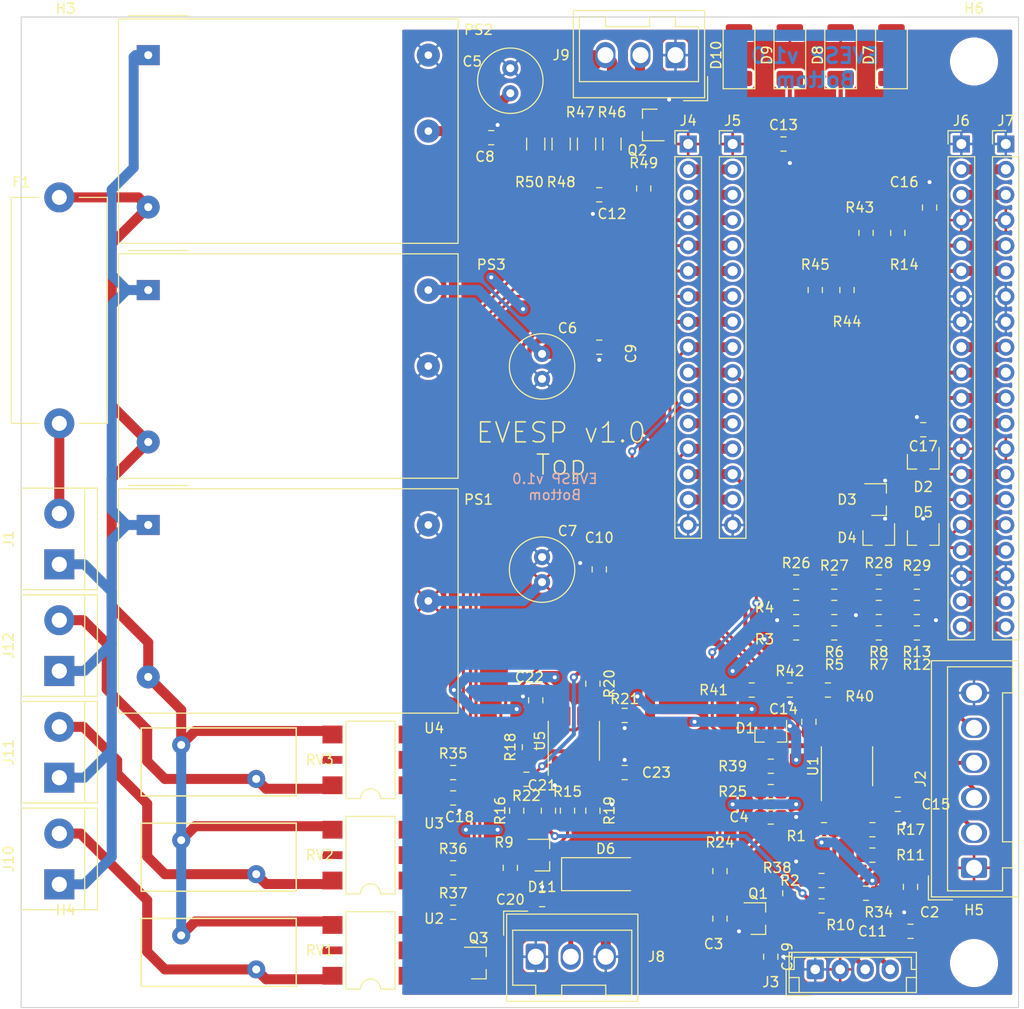
<source format=kicad_pcb>
(kicad_pcb (version 20171130) (host pcbnew "(5.1.5-0)")
  (title_block (date "jeu. 02 avril 2015"))
  (layers (0 F.Cu signal) (31 B.Cu signal) (34 B.Paste user hide) (35 F.Paste user hide) (36 B.SilkS user) (37 F.SilkS user) (38 B.Mask user) (39 F.Mask user) (44 Edge.Cuts user))
  (net 0 "")
  (net 1 GND)
  (net 2 +3V3)
  (net 3 +12V)
  (net 4 -12V)
  (net 5 /D0)
  (net 6 /D1)
  (net 7 /D2)
  (net 8 /D3)
  (net 9 /L1_fused)
  (net 10 /N)
  (net 11 /REL_2)
  (net 12 /REL_1)
  (net 13 /REL_0)
  (net 14 /CP)
  (net 15 /Relay_1_n)
  (net 16 "Net-(J2-Pad5)")
  (net 17 "Net-(J2-Pad4)")
  (net 18 "Net-(J2-Pad3)")
  (net 19 /RCM_fail)
  (net 20 /RCM_test)
  (net 21 /RCM_test_n)
  (net 22 /Relay_2_n)
  (net 23 /Relay_0_n)
  (net 24 /CP_out)
  (net 25 /CP_in)
  (net 26 "Net-(U2-Pad3)")
  (net 27 "Net-(U2-Pad5)")
  (net 28 "Net-(U3-Pad3)")
  (net 29 "Net-(U3-Pad5)")
  (net 30 "Net-(U4-Pad3)")
  (net 31 "Net-(U4-Pad5)")
  (net 32 "Net-(C3-Pad1)")
  (net 33 "Net-(J2-Pad2)")
  (net 34 "Net-(R11-Pad1)")
  (net 35 "Net-(R25-Pad2)")
  (net 36 "Net-(R35-Pad1)")
  (net 37 "Net-(R36-Pad1)")
  (net 38 "Net-(R37-Pad1)")
  (net 39 "Net-(R40-Pad2)")
  (net 40 "Net-(D1-Pad3)")
  (net 41 "Net-(D7-Pad1)")
  (net 42 "Net-(D8-Pad1)")
  (net 43 "Net-(D9-Pad1)")
  (net 44 "Net-(D10-Pad1)")
  (net 45 "Net-(J4-Pad15)")
  (net 46 /LED3_n)
  (net 47 /LED2_n)
  (net 48 /LED1_n)
  (net 49 /LED0_n)
  (net 50 "Net-(J4-Pad2)")
  (net 51 /Light_n)
  (net 52 "Net-(J6-Pad3)")
  (net 53 "Net-(J6-Pad2)")
  (net 54 "Net-(J9-Pad3)")
  (net 55 "Net-(J9-Pad2)")
  (net 56 "Net-(Q2-Pad1)")
  (net 57 "Net-(J6-Pad9)")
  (net 58 /L1)
  (net 59 "Net-(J6-Pad20)")
  (net 60 "Net-(J6-Pad19)")
  (net 61 "Net-(J6-Pad12)")
  (net 62 "Net-(J4-Pad3)")
  (net 63 "Net-(C20-Pad1)")
  (net 64 "Net-(Q3-Pad2)")
  (net 65 "Net-(Q3-Pad1)")
  (net 66 /Charge)
  (net 67 "Net-(R18-Pad2)")
  (net 68 "Net-(R20-Pad2)")
  (net 69 "Net-(C21-Pad1)")
  (net 70 "Net-(D11-Pad1)")
  (net 71 /SafeToCharge)
  (net 72 "Net-(J4-Pad12)")
  (net 73 "Net-(R1-Pad1)")
  (module MountingHole:MountingHole_4.3mm_M4 (layer F.Cu) (at 140.335 68.58)
    (fp_text reference H6 (at 0 -5.3) (layer F.SilkS))
    (fp_text value MountingHole)
    (pad 1 np_thru_hole circle (at 0 0) (size 4.3 4.3) (drill 4.3) (layers *.Cu *.Mask))
  )
  (module MountingHole:MountingHole_4.3mm_M4 (layer F.Cu) (at 140.335 158.75)
    (fp_text reference H5 (at 0 -5.3) (layer F.SilkS))
    (fp_text value MountingHole)
    (pad 1 np_thru_hole circle (at 0 0) (size 4.3 4.3) (drill 4.3) (layers *.Cu *.Mask))
  )
  (module MountingHole:MountingHole_4.3mm_M4 (layer F.Cu) (at 49.53 158.75)
    (fp_text reference H4 (at 0 -5.3) (layer F.SilkS))
    (fp_text value MountingHole)
    (pad 1 np_thru_hole circle (at 0 0) (size 4.3 4.3) (drill 4.3) (layers *.Cu *.Mask))
  )
  (module MountingHole:MountingHole_4.3mm_M4 (layer F.Cu) (at 49.53 68.58)
    (fp_text reference H3 (at 0 -5.3) (layer F.SilkS))
    (fp_text value MountingHole)
    (pad 1 np_thru_hole circle (at 0 0) (size 4.3 4.3) (drill 4.3) (layers *.Cu *.Mask))
  )
  (module LED_SMD:LED_2010_5025Metric_Pad1.52x2.65mm_HandSolder (layer F.Cu) (at 116.84 67.945 90)
    (fp_text reference D10 (at 0 -2.28 90) (layer F.SilkS))
    (fp_text value LED)
    (pad 2 smd roundrect (at 2.3375 0 90) (size 1.525 2.65) (layers F.Cu F.Paste F.Mask) (roundrect_rratio 0.163934) (net 2 +3V3))
    (pad 1 smd roundrect (at -2.3375 0 90) (size 1.525 2.65) (layers F.Cu F.Paste F.Mask) (roundrect_rratio 0.163934) (net 44 "Net-(D10-Pad1)"))
  )
  (module LED_SMD:LED_2010_5025Metric_Pad1.52x2.65mm_HandSolder (layer F.Cu) (at 121.92 67.945 90)
    (fp_text reference D9 (at 0 -2.28 90) (layer F.SilkS))
    (fp_text value LED)
    (pad 2 smd roundrect (at 2.3375 0 90) (size 1.525 2.65) (layers F.Cu F.Paste F.Mask) (roundrect_rratio 0.163934) (net 2 +3V3))
    (pad 1 smd roundrect (at -2.3375 0 90) (size 1.525 2.65) (layers F.Cu F.Paste F.Mask) (roundrect_rratio 0.163934) (net 43 "Net-(D9-Pad1)"))
  )
  (module LED_SMD:LED_2010_5025Metric_Pad1.52x2.65mm_HandSolder (layer F.Cu) (at 127 67.945 90)
    (fp_text reference D8 (at 0 -2.28 90) (layer F.SilkS))
    (fp_text value LED)
    (pad 2 smd roundrect (at 2.3375 0 90) (size 1.525 2.65) (layers F.Cu F.Paste F.Mask) (roundrect_rratio 0.163934) (net 2 +3V3))
    (pad 1 smd roundrect (at -2.3375 0 90) (size 1.525 2.65) (layers F.Cu F.Paste F.Mask) (roundrect_rratio 0.163934) (net 42 "Net-(D8-Pad1)"))
  )
  (module LED_SMD:LED_2010_5025Metric_Pad1.52x2.65mm_HandSolder (layer F.Cu) (at 132.08 67.945 90)
    (fp_text reference D7 (at 0 -2.28 90) (layer F.SilkS))
    (fp_text value LED)
    (pad 2 smd roundrect (at 2.3375 0 90) (size 1.525 2.65) (layers F.Cu F.Paste F.Mask) (roundrect_rratio 0.163934) (net 2 +3V3))
    (pad 1 smd roundrect (at -2.3375 0 90) (size 1.525 2.65) (layers F.Cu F.Paste F.Mask) (roundrect_rratio 0.163934) (net 41 "Net-(D7-Pad1)"))
  )
  (module Resistor_SMD:R_0805_2012Metric_Pad1.15x1.40mm_HandSolder (layer F.Cu) (at 95.59 140.37 180)
    (fp_text reference R22 (at 0 -1.65) (layer F.SilkS))
    (fp_text value 1M)
    (pad 2 smd roundrect (at 1.025 0 180) (size 1.15 1.4) (layers F.Cu F.Paste F.Mask) (roundrect_rratio 0.217391) (net 67 "Net-(R18-Pad2)"))
    (pad 1 smd roundrect (at -1.025 0 180) (size 1.15 1.4) (layers F.Cu F.Paste F.Mask) (roundrect_rratio 0.217391) (net 66 /Charge))
  )
  (module TerminalBlock:TerminalBlock_bornier-2_P5.08mm (layer F.Cu) (at 48.895 129.54 90)
    (fp_text reference J12 (at 2.54 -5.08 90) (layer F.SilkS))
    (fp_text value Screw_Terminal_01x02)
    (pad 2 thru_hole circle (at 5.08 0 90) (size 3 3) (drill 1.52) (layers *.Cu *.Mask) (net 11 /REL_2))
    (pad 1 thru_hole rect (at 0 0 90) (size 3 3) (drill 1.52) (layers *.Cu *.Mask) (net 10 /N))
  )
  (module TerminalBlock:TerminalBlock_bornier-2_P5.08mm (layer F.Cu) (at 48.895 140.208 90)
    (fp_text reference J11 (at 2.54 -5.08 90) (layer F.SilkS))
    (fp_text value Screw_Terminal_01x02)
    (pad 2 thru_hole circle (at 5.08 0 90) (size 3 3) (drill 1.52) (layers *.Cu *.Mask) (net 12 /REL_1))
    (pad 1 thru_hole rect (at 0 0 90) (size 3 3) (drill 1.52) (layers *.Cu *.Mask) (net 10 /N))
  )
  (module TerminalBlock:TerminalBlock_bornier-2_P5.08mm (layer F.Cu) (at 48.895 150.876 90)
    (fp_text reference J10 (at 2.54 -5.08 90) (layer F.SilkS))
    (fp_text value Screw_Terminal_01x02)
    (pad 2 thru_hole circle (at 5.08 0 90) (size 3 3) (drill 1.52) (layers *.Cu *.Mask) (net 13 /REL_0))
    (pad 1 thru_hole rect (at 0 0 90) (size 3 3) (drill 1.52) (layers *.Cu *.Mask) (net 10 /N))
  )
  (module TerminalBlock:TerminalBlock_bornier-2_P5.08mm (layer F.Cu) (at 48.895 118.872 90)
    (fp_text reference J1 (at 2.54 -5.08 90) (layer F.SilkS))
    (fp_text value Screw_Terminal_01x02)
    (pad 2 thru_hole circle (at 5.08 0 90) (size 3 3) (drill 1.52) (layers *.Cu *.Mask) (net 58 /L1))
    (pad 1 thru_hole rect (at 0 0 90) (size 3 3) (drill 1.52) (layers *.Cu *.Mask) (net 10 /N))
  )
  (module Package_DIP:SMDIP-6_W7.62mm (layer F.Cu) (at 80.01 138.43 180)
    (fp_text reference U4 (at -6.35 3.175) (layer F.SilkS))
    (fp_text value MOC3063M)
    (pad 6 smd rect (at 3.81 -2.54 180) (size 2 1.78) (layers F.Cu F.Paste F.Mask) (net 11 /REL_2))
    (pad 3 smd rect (at -3.81 2.54 180) (size 2 1.78) (layers F.Cu F.Paste F.Mask) (net 30 "Net-(U4-Pad3)"))
    (pad 5 smd rect (at 3.81 0 180) (size 2 0.78) (layers F.Cu F.Paste F.Mask) (net 31 "Net-(U4-Pad5)"))
    (pad 2 smd rect (at -3.81 0 180) (size 2 1.78) (layers F.Cu F.Paste F.Mask) (net 36 "Net-(R35-Pad1)"))
    (pad 4 smd rect (at 3.81 2.54 180) (size 2 1.78) (layers F.Cu F.Paste F.Mask) (net 9 /L1_fused))
    (pad 1 smd rect (at -3.81 -2.54 180) (size 2 1.78) (layers F.Cu F.Paste F.Mask) (net 64 "Net-(Q3-Pad2)"))
  )
  (module Package_SO:SOIC-8_3.9x4.9mm_P1.27mm (layer F.Cu) (at 100.33 136.525 90)
    (fp_text reference U5 (at 0 -3.4 90) (layer F.SilkS))
    (fp_text value LM7332)
    (pad 8 smd roundrect (at 2.475 -1.905 90) (size 1.95 0.6) (layers F.Cu F.Paste F.Mask) (net 3 +12V))
    (pad 7 smd roundrect (at 2.475 -0.635 90) (size 1.95 0.6) (layers F.Cu F.Paste F.Mask) (net 71 /SafeToCharge))
    (pad 6 smd roundrect (at 2.475 0.635 90) (size 1.95 0.6) (layers F.Cu F.Paste F.Mask) (net 69 "Net-(C21-Pad1)"))
    (pad 5 smd roundrect (at 2.475 1.905 90) (size 1.95 0.6) (layers F.Cu F.Paste F.Mask) (net 68 "Net-(R20-Pad2)"))
    (pad 4 smd roundrect (at -2.475 1.905 90) (size 1.95 0.6) (layers F.Cu F.Paste F.Mask) (net 4 -12V))
    (pad 3 smd roundrect (at -2.475 0.635 90) (size 1.95 0.6) (layers F.Cu F.Paste F.Mask) (net 67 "Net-(R18-Pad2)"))
    (pad 2 smd roundrect (at -2.475 -0.635 90) (size 1.95 0.6) (layers F.Cu F.Paste F.Mask) (net 63 "Net-(C20-Pad1)"))
    (pad 1 smd roundrect (at -2.475 -1.905 90) (size 1.95 0.6) (layers F.Cu F.Paste F.Mask) (net 66 /Charge))
  )
  (module Resistor_SMD:R_0805_2012Metric_Pad1.15x1.40mm_HandSolder (layer F.Cu) (at 105.41 133.985)
    (fp_text reference R21 (at 0 -1.65) (layer F.SilkS))
    (fp_text value 47k)
    (pad 2 smd roundrect (at 1.025 0) (size 1.15 1.4) (layers F.Cu F.Paste F.Mask) (roundrect_rratio 0.217391) (net 1 GND))
    (pad 1 smd roundrect (at -1.025 0) (size 1.15 1.4) (layers F.Cu F.Paste F.Mask) (roundrect_rratio 0.217391) (net 68 "Net-(R20-Pad2)"))
  )
  (module Resistor_SMD:R_0805_2012Metric_Pad1.15x1.40mm_HandSolder (layer F.Cu) (at 102.235 130.81 270)
    (fp_text reference R20 (at 0 -1.65 90) (layer F.SilkS))
    (fp_text value 10k)
    (pad 2 smd roundrect (at 1.025 0 270) (size 1.15 1.4) (layers F.Cu F.Paste F.Mask) (roundrect_rratio 0.217391) (net 68 "Net-(R20-Pad2)"))
    (pad 1 smd roundrect (at -1.025 0 270) (size 1.15 1.4) (layers F.Cu F.Paste F.Mask) (roundrect_rratio 0.217391) (net 66 /Charge))
  )
  (module Resistor_SMD:R_0805_2012Metric_Pad1.15x1.40mm_HandSolder (layer F.Cu) (at 102.235 143.51 270)
    (fp_text reference R19 (at 0 -1.65 90) (layer F.SilkS))
    (fp_text value 10k)
    (pad 2 smd roundrect (at 1.025 0 270) (size 1.15 1.4) (layers F.Cu F.Paste F.Mask) (roundrect_rratio 0.217391) (net 1 GND))
    (pad 1 smd roundrect (at -1.025 0 270) (size 1.15 1.4) (layers F.Cu F.Paste F.Mask) (roundrect_rratio 0.217391) (net 67 "Net-(R18-Pad2)"))
  )
  (module Resistor_SMD:R_0805_2012Metric_Pad1.15x1.40mm_HandSolder (layer F.Cu) (at 95.885 137.16 270)
    (fp_text reference R18 (at 0 1.905 90) (layer F.SilkS))
    (fp_text value 6k8)
    (pad 2 smd roundrect (at 1.025 0 270) (size 1.15 1.4) (layers F.Cu F.Paste F.Mask) (roundrect_rratio 0.217391) (net 67 "Net-(R18-Pad2)"))
    (pad 1 smd roundrect (at -1.025 0 270) (size 1.15 1.4) (layers F.Cu F.Paste F.Mask) (roundrect_rratio 0.217391) (net 3 +12V))
  )
  (module Resistor_SMD:R_0805_2012Metric_Pad1.15x1.40mm_HandSolder (layer F.Cu) (at 94.615 143.51 90)
    (fp_text reference R16 (at 0 -1.65 90) (layer F.SilkS))
    (fp_text value 10k)
    (pad 2 smd roundrect (at 1.025 0 90) (size 1.15 1.4) (layers F.Cu F.Paste F.Mask) (roundrect_rratio 0.217391) (net 69 "Net-(C21-Pad1)"))
    (pad 1 smd roundrect (at -1.025 0 90) (size 1.15 1.4) (layers F.Cu F.Paste F.Mask) (roundrect_rratio 0.217391) (net 2 +3V3))
  )
  (module Resistor_SMD:R_0805_2012Metric_Pad1.15x1.40mm_HandSolder (layer F.Cu) (at 99.695 143.51 90)
    (fp_text reference R15 (at 1.905 0 180) (layer F.SilkS))
    (fp_text value 1M)
    (pad 2 smd roundrect (at 1.025 0 90) (size 1.15 1.4) (layers F.Cu F.Paste F.Mask) (roundrect_rratio 0.217391) (net 1 GND))
    (pad 1 smd roundrect (at -1.025 0 90) (size 1.15 1.4) (layers F.Cu F.Paste F.Mask) (roundrect_rratio 0.217391) (net 63 "Net-(C20-Pad1)"))
  )
  (module Resistor_SMD:R_0805_2012Metric_Pad1.15x1.40mm_HandSolder (layer F.Cu) (at 93.98 149.225 270)
    (fp_text reference R9 (at -2.54 0.635 180) (layer F.SilkS))
    (fp_text value 10k)
    (pad 2 smd roundrect (at 1.025 0 270) (size 1.15 1.4) (layers F.Cu F.Paste F.Mask) (roundrect_rratio 0.217391) (net 65 "Net-(Q3-Pad1)"))
    (pad 1 smd roundrect (at -1.025 0 270) (size 1.15 1.4) (layers F.Cu F.Paste F.Mask) (roundrect_rratio 0.217391) (net 71 /SafeToCharge))
  )
  (module Package_TO_SOT_SMD:SOT-23 (layer F.Cu) (at 90.805 158.75)
    (fp_text reference Q3 (at 0 -2.5) (layer F.SilkS))
    (fp_text value BC847)
    (pad 3 smd rect (at 1 0) (size 0.9 0.8) (layers F.Cu F.Paste F.Mask) (net 2 +3V3))
    (pad 2 smd rect (at -1 0.95) (size 0.9 0.8) (layers F.Cu F.Paste F.Mask) (net 64 "Net-(Q3-Pad2)"))
    (pad 1 smd rect (at -1 -0.95) (size 0.9 0.8) (layers F.Cu F.Paste F.Mask) (net 65 "Net-(Q3-Pad1)"))
  )
  (module Package_TO_SOT_SMD:SOT-23 (layer F.Cu) (at 97.155 147.955)
    (fp_text reference D11 (at 0 3.175) (layer F.SilkS))
    (fp_text value BAT54S)
    (pad 3 smd rect (at 1 0) (size 0.9 0.8) (layers F.Cu F.Paste F.Mask) (net 14 /CP))
    (pad 2 smd rect (at -1 0.95) (size 0.9 0.8) (layers F.Cu F.Paste F.Mask) (net 63 "Net-(C20-Pad1)"))
    (pad 1 smd rect (at -1 -0.95) (size 0.9 0.8) (layers F.Cu F.Paste F.Mask) (net 70 "Net-(D11-Pad1)"))
  )
  (module Capacitor_SMD:C_0805_2012Metric_Pad1.15x1.40mm_HandSolder (layer F.Cu) (at 105.41 139.7 180)
    (fp_text reference C23 (at -3.175 0) (layer F.SilkS))
    (fp_text value 100n)
    (pad 2 smd roundrect (at 1.025 0 180) (size 1.15 1.4) (layers F.Cu F.Paste F.Mask) (roundrect_rratio 0.217391) (net 4 -12V))
    (pad 1 smd roundrect (at -1.025 0 180) (size 1.15 1.4) (layers F.Cu F.Paste F.Mask) (roundrect_rratio 0.217391) (net 1 GND))
  )
  (module Capacitor_SMD:C_0805_2012Metric_Pad1.15x1.40mm_HandSolder (layer F.Cu) (at 96.52 132.47 90)
    (fp_text reference C22 (at 2.295 -0.635 180) (layer F.SilkS))
    (fp_text value 100n)
    (pad 2 smd roundrect (at 1.025 0 90) (size 1.15 1.4) (layers F.Cu F.Paste F.Mask) (roundrect_rratio 0.217391) (net 1 GND))
    (pad 1 smd roundrect (at -1.025 0 90) (size 1.15 1.4) (layers F.Cu F.Paste F.Mask) (roundrect_rratio 0.217391) (net 3 +12V))
  )
  (module Resistor_SMD:R_0805_2012Metric_Pad1.15x1.40mm_HandSolder (layer F.Cu) (at 97.79 143.51 90)
    (fp_text reference C21 (at 2.54 -0.635 180) (layer F.SilkS))
    (fp_text value 100n)
    (pad 2 smd roundrect (at 1.025 0 90) (size 1.15 1.4) (layers F.Cu F.Paste F.Mask) (roundrect_rratio 0.217391) (net 1 GND))
    (pad 1 smd roundrect (at -1.025 0 90) (size 1.15 1.4) (layers F.Cu F.Paste F.Mask) (roundrect_rratio 0.217391) (net 69 "Net-(C21-Pad1)"))
  )
  (module Resistor_SMD:R_0805_2012Metric_Pad1.15x1.40mm_HandSolder (layer F.Cu) (at 97.155 152.4)
    (fp_text reference C20 (at -3.175 0) (layer F.SilkS))
    (fp_text value 100n)
    (pad 2 smd roundrect (at 1.025 0) (size 1.15 1.4) (layers F.Cu F.Paste F.Mask) (roundrect_rratio 0.217391) (net 1 GND))
    (pad 1 smd roundrect (at -1.025 0) (size 1.15 1.4) (layers F.Cu F.Paste F.Mask) (roundrect_rratio 0.217391) (net 63 "Net-(C20-Pad1)"))
  )
  (module Resistor_SMD:R_0805_2012Metric_Pad1.15x1.40mm_HandSolder (layer F.Cu) (at 120.015 158.115 270)
    (fp_text reference C19 (at 0 -1.65 90) (layer F.SilkS))
    (fp_text value 100n)
    (pad 2 smd roundrect (at 1.025 0 270) (size 1.15 1.4) (layers F.Cu F.Paste F.Mask) (roundrect_rratio 0.217391) (net 1 GND))
    (pad 1 smd roundrect (at -1.025 0 270) (size 1.15 1.4) (layers F.Cu F.Paste F.Mask) (roundrect_rratio 0.217391) (net 3 +12V))
  )
  (module Connector_Wago:Wago_734-136_1x06_P3.50mm_Vertical (layer F.Cu) (at 140.335 149.225 90)
    (fp_text reference J2 (at 8.9 -5.35 90) (layer F.SilkS))
    (fp_text value Screw_Terminal_01x06)
    (pad 6 thru_hole oval (at 17.5 0 90) (size 2 2.6) (drill 1.6) (layers *.Cu *.Mask) (net 1 GND))
    (pad 5 thru_hole oval (at 14 0 90) (size 2 2.6) (drill 1.6) (layers *.Cu *.Mask) (net 16 "Net-(J2-Pad5)"))
    (pad 4 thru_hole oval (at 10.5 0 90) (size 2 2.6) (drill 1.6) (layers *.Cu *.Mask) (net 17 "Net-(J2-Pad4)"))
    (pad 3 thru_hole oval (at 7 0 90) (size 2 2.6) (drill 1.6) (layers *.Cu *.Mask) (net 18 "Net-(J2-Pad3)"))
    (pad 2 thru_hole oval (at 3.5 0 90) (size 2 2.6) (drill 1.6) (layers *.Cu *.Mask) (net 33 "Net-(J2-Pad2)"))
    (pad 1 thru_hole roundrect (at 0 0 90) (size 2 2.6) (drill 1.6) (layers *.Cu *.Mask) (roundrect_rratio 0.125) (net 2 +3V3))
  )
  (module Capacitor_SMD:C_0805_2012Metric_Pad1.15x1.40mm_HandSolder (layer F.Cu) (at 88.265 142.24)
    (fp_text reference C18 (at 0.635 1.905) (layer F.SilkS))
    (fp_text value 100n)
    (pad 2 smd roundrect (at 1.025 0) (size 1.15 1.4) (layers F.Cu F.Paste F.Mask) (roundrect_rratio 0.217391) (net 1 GND))
    (pad 1 smd roundrect (at -1.025 0) (size 1.15 1.4) (layers F.Cu F.Paste F.Mask) (roundrect_rratio 0.217391) (net 2 +3V3))
  )
  (module Resistor_SMD:R_1206_3216Metric_Pad1.42x1.75mm_HandSolder (layer F.Cu) (at 96.52 76.835 90)
    (fp_text reference R50 (at -3.81 -0.635 180) (layer F.SilkS))
    (fp_text value 470R)
    (pad 2 smd roundrect (at 1.4875 0 90) (size 1.425 1.75) (layers F.Cu F.Paste F.Mask) (roundrect_rratio 0.175439) (net 54 "Net-(J9-Pad3)"))
    (pad 1 smd roundrect (at -1.4875 0 90) (size 1.425 1.75) (layers F.Cu F.Paste F.Mask) (roundrect_rratio 0.175439) (net 3 +12V))
  )
  (module Resistor_SMD:R_0805_2012Metric_Pad1.15x1.40mm_HandSolder (layer F.Cu) (at 107.315 81.28 270)
    (fp_text reference R49 (at -2.54 0 180) (layer F.SilkS))
    (fp_text value 10k)
    (pad 2 smd roundrect (at 1.025 0 270) (size 1.15 1.4) (layers F.Cu F.Paste F.Mask) (roundrect_rratio 0.217391) (net 51 /Light_n))
    (pad 1 smd roundrect (at -1.025 0 270) (size 1.15 1.4) (layers F.Cu F.Paste F.Mask) (roundrect_rratio 0.217391) (net 56 "Net-(Q2-Pad1)"))
  )
  (module Resistor_SMD:R_1206_3216Metric_Pad1.42x1.75mm_HandSolder (layer F.Cu) (at 99.06 76.835 90)
    (fp_text reference R48 (at -3.81 0 180) (layer F.SilkS))
    (fp_text value 470R)
    (pad 2 smd roundrect (at 1.4875 0 90) (size 1.425 1.75) (layers F.Cu F.Paste F.Mask) (roundrect_rratio 0.175439) (net 54 "Net-(J9-Pad3)"))
    (pad 1 smd roundrect (at -1.4875 0 90) (size 1.425 1.75) (layers F.Cu F.Paste F.Mask) (roundrect_rratio 0.175439) (net 3 +12V))
  )
  (module Resistor_SMD:R_1206_3216Metric_Pad1.42x1.75mm_HandSolder (layer F.Cu) (at 101.6 76.835 90)
    (fp_text reference R47 (at 3.175 -0.635 180) (layer F.SilkS))
    (fp_text value 470R)
    (pad 2 smd roundrect (at 1.4875 0 90) (size 1.425 1.75) (layers F.Cu F.Paste F.Mask) (roundrect_rratio 0.175439) (net 54 "Net-(J9-Pad3)"))
    (pad 1 smd roundrect (at -1.4875 0 90) (size 1.425 1.75) (layers F.Cu F.Paste F.Mask) (roundrect_rratio 0.175439) (net 3 +12V))
  )
  (module Resistor_SMD:R_1206_3216Metric_Pad1.42x1.75mm_HandSolder (layer F.Cu) (at 104.14 76.835 90)
    (fp_text reference R46 (at 3.175 0) (layer F.SilkS))
    (fp_text value 470R)
    (pad 2 smd roundrect (at 1.4875 0 90) (size 1.425 1.75) (layers F.Cu F.Paste F.Mask) (roundrect_rratio 0.175439) (net 54 "Net-(J9-Pad3)"))
    (pad 1 smd roundrect (at -1.4875 0 90) (size 1.425 1.75) (layers F.Cu F.Paste F.Mask) (roundrect_rratio 0.175439) (net 3 +12V))
  )
  (module Resistor_SMD:R_0805_2012Metric_Pad1.15x1.40mm_HandSolder (layer F.Cu) (at 124.46 91.44 270)
    (fp_text reference R45 (at -2.54 0 180) (layer F.SilkS))
    (fp_text value 1k)
    (pad 2 smd roundrect (at 1.025 0 270) (size 1.15 1.4) (layers F.Cu F.Paste F.Mask) (roundrect_rratio 0.217391) (net 49 /LED0_n))
    (pad 1 smd roundrect (at -1.025 0 270) (size 1.15 1.4) (layers F.Cu F.Paste F.Mask) (roundrect_rratio 0.217391) (net 44 "Net-(D10-Pad1)"))
  )
  (module Resistor_SMD:R_0805_2012Metric_Pad1.15x1.40mm_HandSolder (layer F.Cu) (at 127.635 91.44 270)
    (fp_text reference R44 (at 3.175 0 180) (layer F.SilkS))
    (fp_text value 1k)
    (pad 2 smd roundrect (at 1.025 0 270) (size 1.15 1.4) (layers F.Cu F.Paste F.Mask) (roundrect_rratio 0.217391) (net 48 /LED1_n))
    (pad 1 smd roundrect (at -1.025 0 270) (size 1.15 1.4) (layers F.Cu F.Paste F.Mask) (roundrect_rratio 0.217391) (net 43 "Net-(D9-Pad1)"))
  )
  (module Resistor_SMD:R_0805_2012Metric_Pad1.15x1.40mm_HandSolder (layer F.Cu) (at 129.54 85.725 270)
    (fp_text reference R43 (at -2.54 0.635 180) (layer F.SilkS))
    (fp_text value 1k)
    (pad 2 smd roundrect (at 1.025 0 270) (size 1.15 1.4) (layers F.Cu F.Paste F.Mask) (roundrect_rratio 0.217391) (net 47 /LED2_n))
    (pad 1 smd roundrect (at -1.025 0 270) (size 1.15 1.4) (layers F.Cu F.Paste F.Mask) (roundrect_rratio 0.217391) (net 42 "Net-(D8-Pad1)"))
  )
  (module Resistor_SMD:R_0805_2012Metric_Pad1.15x1.40mm_HandSolder (layer F.Cu) (at 132.715 85.725 270)
    (fp_text reference R14 (at 3.175 -0.635 180) (layer F.SilkS))
    (fp_text value 1k)
    (pad 2 smd roundrect (at 1.025 0 270) (size 1.15 1.4) (layers F.Cu F.Paste F.Mask) (roundrect_rratio 0.217391) (net 46 /LED3_n))
    (pad 1 smd roundrect (at -1.025 0 270) (size 1.15 1.4) (layers F.Cu F.Paste F.Mask) (roundrect_rratio 0.217391) (net 41 "Net-(D7-Pad1)"))
  )
  (module Package_TO_SOT_SMD:SOT-23 (layer F.Cu) (at 107.95 74.93 180)
    (fp_text reference Q2 (at 1.27 -2.54) (layer F.SilkS))
    (fp_text value BC847)
    (pad 3 smd rect (at 1 0 180) (size 0.9 0.8) (layers F.Cu F.Paste F.Mask) (net 55 "Net-(J9-Pad2)"))
    (pad 2 smd rect (at -1 0.95 180) (size 0.9 0.8) (layers F.Cu F.Paste F.Mask) (net 1 GND))
    (pad 1 smd rect (at -1 -0.95 180) (size 0.9 0.8) (layers F.Cu F.Paste F.Mask) (net 56 "Net-(Q2-Pad1)"))
  )
  (module Connector_Wago:Wago_734-133_1x03_P3.50mm_Vertical (layer F.Cu) (at 110.49 67.945 180)
    (fp_text reference J9 (at 11.43 0) (layer F.SilkS))
    (fp_text value Screw_Terminal_01x03)
    (pad 3 thru_hole oval (at 7 0 180) (size 2 2.6) (drill 1.6) (layers *.Cu *.Mask) (net 54 "Net-(J9-Pad3)"))
    (pad 2 thru_hole oval (at 3.5 0 180) (size 2 2.6) (drill 1.6) (layers *.Cu *.Mask) (net 55 "Net-(J9-Pad2)"))
    (pad 1 thru_hole roundrect (at 0 0 180) (size 2 2.6) (drill 1.6) (layers *.Cu *.Mask) (roundrect_rratio 0.125) (net 1 GND))
  )
  (module Connector_PinHeader_2.54mm:PinHeader_1x20_P2.54mm_Vertical (layer F.Cu) (at 143.51 76.835)
    (fp_text reference J7 (at 0 -2.33) (layer F.SilkS))
    (fp_text value Conn_01x20_Male)
    (pad 20 thru_hole oval (at 0 48.26) (size 1.7 1.7) (drill 1) (layers *.Cu *.Mask) (net 59 "Net-(J6-Pad20)"))
    (pad 19 thru_hole oval (at 0 45.72) (size 1.7 1.7) (drill 1) (layers *.Cu *.Mask) (net 60 "Net-(J6-Pad19)"))
    (pad 18 thru_hole oval (at 0 43.18) (size 1.7 1.7) (drill 1) (layers *.Cu *.Mask) (net 1 GND))
    (pad 17 thru_hole oval (at 0 40.64) (size 1.7 1.7) (drill 1) (layers *.Cu *.Mask) (net 8 /D3))
    (pad 16 thru_hole oval (at 0 38.1) (size 1.7 1.7) (drill 1) (layers *.Cu *.Mask) (net 7 /D2))
    (pad 15 thru_hole oval (at 0 35.56) (size 1.7 1.7) (drill 1) (layers *.Cu *.Mask) (net 6 /D1))
    (pad 14 thru_hole oval (at 0 33.02) (size 1.7 1.7) (drill 1) (layers *.Cu *.Mask) (net 5 /D0))
    (pad 13 thru_hole oval (at 0 30.48) (size 1.7 1.7) (drill 1) (layers *.Cu *.Mask) (net 2 +3V3))
    (pad 12 thru_hole oval (at 0 27.94) (size 1.7 1.7) (drill 1) (layers *.Cu *.Mask) (net 61 "Net-(J6-Pad12)"))
    (pad 11 thru_hole oval (at 0 25.4) (size 1.7 1.7) (drill 1) (layers *.Cu *.Mask) (net 49 /LED0_n))
    (pad 10 thru_hole oval (at 0 22.86) (size 1.7 1.7) (drill 1) (layers *.Cu *.Mask) (net 48 /LED1_n))
    (pad 9 thru_hole oval (at 0 20.32) (size 1.7 1.7) (drill 1) (layers *.Cu *.Mask) (net 57 "Net-(J6-Pad9)"))
    (pad 8 thru_hole oval (at 0 17.78) (size 1.7 1.7) (drill 1) (layers *.Cu *.Mask) (net 1 GND))
    (pad 7 thru_hole oval (at 0 15.24) (size 1.7 1.7) (drill 1) (layers *.Cu *.Mask) (net 1 GND))
    (pad 6 thru_hole oval (at 0 12.7) (size 1.7 1.7) (drill 1) (layers *.Cu *.Mask) (net 47 /LED2_n))
    (pad 5 thru_hole oval (at 0 10.16) (size 1.7 1.7) (drill 1) (layers *.Cu *.Mask) (net 46 /LED3_n))
    (pad 4 thru_hole oval (at 0 7.62) (size 1.7 1.7) (drill 1) (layers *.Cu *.Mask) (net 2 +3V3))
    (pad 3 thru_hole oval (at 0 5.08) (size 1.7 1.7) (drill 1) (layers *.Cu *.Mask) (net 52 "Net-(J6-Pad3)"))
    (pad 2 thru_hole oval (at 0 2.54) (size 1.7 1.7) (drill 1) (layers *.Cu *.Mask) (net 53 "Net-(J6-Pad2)"))
    (pad 1 thru_hole rect (at 0 0) (size 1.7 1.7) (drill 1) (layers *.Cu *.Mask) (net 1 GND))
  )
  (module Connector_PinHeader_2.54mm:PinHeader_1x20_P2.54mm_Vertical (layer F.Cu) (at 139.065 76.835)
    (fp_text reference J6 (at 0 -2.33) (layer F.SilkS))
    (fp_text value Conn_01x20_Female)
    (pad 20 thru_hole oval (at 0 48.26) (size 1.7 1.7) (drill 1) (layers *.Cu *.Mask) (net 59 "Net-(J6-Pad20)"))
    (pad 19 thru_hole oval (at 0 45.72) (size 1.7 1.7) (drill 1) (layers *.Cu *.Mask) (net 60 "Net-(J6-Pad19)"))
    (pad 18 thru_hole oval (at 0 43.18) (size 1.7 1.7) (drill 1) (layers *.Cu *.Mask) (net 1 GND))
    (pad 17 thru_hole oval (at 0 40.64) (size 1.7 1.7) (drill 1) (layers *.Cu *.Mask) (net 8 /D3))
    (pad 16 thru_hole oval (at 0 38.1) (size 1.7 1.7) (drill 1) (layers *.Cu *.Mask) (net 7 /D2))
    (pad 15 thru_hole oval (at 0 35.56) (size 1.7 1.7) (drill 1) (layers *.Cu *.Mask) (net 6 /D1))
    (pad 14 thru_hole oval (at 0 33.02) (size 1.7 1.7) (drill 1) (layers *.Cu *.Mask) (net 5 /D0))
    (pad 13 thru_hole oval (at 0 30.48) (size 1.7 1.7) (drill 1) (layers *.Cu *.Mask) (net 2 +3V3))
    (pad 12 thru_hole oval (at 0 27.94) (size 1.7 1.7) (drill 1) (layers *.Cu *.Mask) (net 61 "Net-(J6-Pad12)"))
    (pad 11 thru_hole oval (at 0 25.4) (size 1.7 1.7) (drill 1) (layers *.Cu *.Mask) (net 49 /LED0_n))
    (pad 10 thru_hole oval (at 0 22.86) (size 1.7 1.7) (drill 1) (layers *.Cu *.Mask) (net 48 /LED1_n))
    (pad 9 thru_hole oval (at 0 20.32) (size 1.7 1.7) (drill 1) (layers *.Cu *.Mask) (net 57 "Net-(J6-Pad9)"))
    (pad 8 thru_hole oval (at 0 17.78) (size 1.7 1.7) (drill 1) (layers *.Cu *.Mask) (net 1 GND))
    (pad 7 thru_hole oval (at 0 15.24) (size 1.7 1.7) (drill 1) (layers *.Cu *.Mask) (net 1 GND))
    (pad 6 thru_hole oval (at 0 12.7) (size 1.7 1.7) (drill 1) (layers *.Cu *.Mask) (net 47 /LED2_n))
    (pad 5 thru_hole oval (at 0 10.16) (size 1.7 1.7) (drill 1) (layers *.Cu *.Mask) (net 46 /LED3_n))
    (pad 4 thru_hole oval (at 0 7.62) (size 1.7 1.7) (drill 1) (layers *.Cu *.Mask) (net 2 +3V3))
    (pad 3 thru_hole oval (at 0 5.08) (size 1.7 1.7) (drill 1) (layers *.Cu *.Mask) (net 52 "Net-(J6-Pad3)"))
    (pad 2 thru_hole oval (at 0 2.54) (size 1.7 1.7) (drill 1) (layers *.Cu *.Mask) (net 53 "Net-(J6-Pad2)"))
    (pad 1 thru_hole rect (at 0 0) (size 1.7 1.7) (drill 1) (layers *.Cu *.Mask) (net 1 GND))
  )
  (module Connector_PinHeader_2.54mm:PinHeader_1x16_P2.54mm_Vertical (layer F.Cu) (at 116.205 76.835)
    (fp_text reference J5 (at 0 -2.33) (layer F.SilkS))
    (fp_text value Conn_01x16_Female)
    (pad 16 thru_hole oval (at 0 38.1) (size 1.7 1.7) (drill 1) (layers *.Cu *.Mask) (net 1 GND))
    (pad 15 thru_hole oval (at 0 35.56) (size 1.7 1.7) (drill 1) (layers *.Cu *.Mask) (net 45 "Net-(J4-Pad15)"))
    (pad 14 thru_hole oval (at 0 33.02) (size 1.7 1.7) (drill 1) (layers *.Cu *.Mask) (net 19 /RCM_fail))
    (pad 13 thru_hole oval (at 0 30.48) (size 1.7 1.7) (drill 1) (layers *.Cu *.Mask) (net 24 /CP_out))
    (pad 12 thru_hole oval (at 0 27.94) (size 1.7 1.7) (drill 1) (layers *.Cu *.Mask) (net 72 "Net-(J4-Pad12)"))
    (pad 11 thru_hole oval (at 0 25.4) (size 1.7 1.7) (drill 1) (layers *.Cu *.Mask) (net 66 /Charge))
    (pad 10 thru_hole oval (at 0 22.86) (size 1.7 1.7) (drill 1) (layers *.Cu *.Mask) (net 21 /RCM_test_n))
    (pad 9 thru_hole oval (at 0 20.32) (size 1.7 1.7) (drill 1) (layers *.Cu *.Mask) (net 25 /CP_in))
    (pad 8 thru_hole oval (at 0 17.78) (size 1.7 1.7) (drill 1) (layers *.Cu *.Mask) (net 71 /SafeToCharge))
    (pad 7 thru_hole oval (at 0 15.24) (size 1.7 1.7) (drill 1) (layers *.Cu *.Mask) (net 22 /Relay_2_n))
    (pad 6 thru_hole oval (at 0 12.7) (size 1.7 1.7) (drill 1) (layers *.Cu *.Mask) (net 15 /Relay_1_n))
    (pad 5 thru_hole oval (at 0 10.16) (size 1.7 1.7) (drill 1) (layers *.Cu *.Mask) (net 23 /Relay_0_n))
    (pad 4 thru_hole oval (at 0 7.62) (size 1.7 1.7) (drill 1) (layers *.Cu *.Mask) (net 51 /Light_n))
    (pad 3 thru_hole oval (at 0 5.08) (size 1.7 1.7) (drill 1) (layers *.Cu *.Mask) (net 62 "Net-(J4-Pad3)"))
    (pad 2 thru_hole oval (at 0 2.54) (size 1.7 1.7) (drill 1) (layers *.Cu *.Mask) (net 50 "Net-(J4-Pad2)"))
    (pad 1 thru_hole rect (at 0 0) (size 1.7 1.7) (drill 1) (layers *.Cu *.Mask) (net 2 +3V3))
  )
  (module Connector_PinHeader_2.54mm:PinHeader_1x16_P2.54mm_Vertical (layer F.Cu) (at 111.76 76.835)
    (fp_text reference J4 (at 0 -2.33) (layer F.SilkS))
    (fp_text value Conn_01x16_Male)
    (pad 16 thru_hole oval (at 0 38.1) (size 1.7 1.7) (drill 1) (layers *.Cu *.Mask) (net 1 GND))
    (pad 15 thru_hole oval (at 0 35.56) (size 1.7 1.7) (drill 1) (layers *.Cu *.Mask) (net 45 "Net-(J4-Pad15)"))
    (pad 14 thru_hole oval (at 0 33.02) (size 1.7 1.7) (drill 1) (layers *.Cu *.Mask) (net 19 /RCM_fail))
    (pad 13 thru_hole oval (at 0 30.48) (size 1.7 1.7) (drill 1) (layers *.Cu *.Mask) (net 24 /CP_out))
    (pad 12 thru_hole oval (at 0 27.94) (size 1.7 1.7) (drill 1) (layers *.Cu *.Mask) (net 72 "Net-(J4-Pad12)"))
    (pad 11 thru_hole oval (at 0 25.4) (size 1.7 1.7) (drill 1) (layers *.Cu *.Mask) (net 66 /Charge))
    (pad 10 thru_hole oval (at 0 22.86) (size 1.7 1.7) (drill 1) (layers *.Cu *.Mask) (net 21 /RCM_test_n))
    (pad 9 thru_hole oval (at 0 20.32) (size 1.7 1.7) (drill 1) (layers *.Cu *.Mask) (net 25 /CP_in))
    (pad 8 thru_hole oval (at 0 17.78) (size 1.7 1.7) (drill 1) (layers *.Cu *.Mask) (net 71 /SafeToCharge))
    (pad 7 thru_hole oval (at 0 15.24) (size 1.7 1.7) (drill 1) (layers *.Cu *.Mask) (net 22 /Relay_2_n))
    (pad 6 thru_hole oval (at 0 12.7) (size 1.7 1.7) (drill 1) (layers *.Cu *.Mask) (net 15 /Relay_1_n))
    (pad 5 thru_hole oval (at 0 10.16) (size 1.7 1.7) (drill 1) (layers *.Cu *.Mask) (net 23 /Relay_0_n))
    (pad 4 thru_hole oval (at 0 7.62) (size 1.7 1.7) (drill 1) (layers *.Cu *.Mask) (net 51 /Light_n))
    (pad 3 thru_hole oval (at 0 5.08) (size 1.7 1.7) (drill 1) (layers *.Cu *.Mask) (net 62 "Net-(J4-Pad3)"))
    (pad 2 thru_hole oval (at 0 2.54) (size 1.7 1.7) (drill 1) (layers *.Cu *.Mask) (net 50 "Net-(J4-Pad2)"))
    (pad 1 thru_hole rect (at 0 0) (size 1.7 1.7) (drill 1) (layers *.Cu *.Mask) (net 2 +3V3))
  )
  (module Capacitor_SMD:C_0805_2012Metric_Pad1.15x1.40mm_HandSolder (layer F.Cu) (at 135.255 105.41 180)
    (fp_text reference C17 (at 0 -1.65) (layer F.SilkS))
    (fp_text value 100n)
    (pad 2 smd roundrect (at 1.025 0 180) (size 1.15 1.4) (layers F.Cu F.Paste F.Mask) (roundrect_rratio 0.217391) (net 1 GND))
    (pad 1 smd roundrect (at -1.025 0 180) (size 1.15 1.4) (layers F.Cu F.Paste F.Mask) (roundrect_rratio 0.217391) (net 2 +3V3))
  )
  (module Capacitor_SMD:C_0805_2012Metric_Pad1.15x1.40mm_HandSolder (layer F.Cu) (at 135.89 83.185 90)
    (fp_text reference C16 (at 2.54 -2.54 180) (layer F.SilkS))
    (fp_text value 100n)
    (pad 2 smd roundrect (at 1.025 0 90) (size 1.15 1.4) (layers F.Cu F.Paste F.Mask) (roundrect_rratio 0.217391) (net 1 GND))
    (pad 1 smd roundrect (at -1.025 0 90) (size 1.15 1.4) (layers F.Cu F.Paste F.Mask) (roundrect_rratio 0.217391) (net 2 +3V3))
  )
  (module Connector_Wago:Wago_734-133_1x03_P3.50mm_Vertical (layer F.Cu) (at 96.52 158.115)
    (fp_text reference J8 (at 12.065 0) (layer F.SilkS))
    (fp_text value Screw_Terminal_01x03)
    (pad 3 thru_hole oval (at 7 0) (size 2 2.6) (drill 1.6) (layers *.Cu *.Mask) (net 1 GND))
    (pad 2 thru_hole oval (at 3.5 0) (size 2 2.6) (drill 1.6) (layers *.Cu *.Mask) (net 14 /CP))
    (pad 1 thru_hole roundrect (at 0 0) (size 2 2.6) (drill 1.6) (layers *.Cu *.Mask) (roundrect_rratio 0.125) (net 1 GND))
  )
  (module Diode_SMD:D_SMA_Handsoldering (layer F.Cu) (at 103.505 149.86)
    (fp_text reference D6 (at 0 -2.54) (layer F.SilkS))
    (fp_text value SMAJ13CA-13-F)
    (pad 2 smd rect (at 2.5 0) (size 3.5 1.8) (layers F.Cu F.Paste F.Mask) (net 1 GND))
    (pad 1 smd rect (at -2.5 0) (size 3.5 1.8) (layers F.Cu F.Paste F.Mask) (net 14 /CP))
  )
  (module Resistor_SMD:R_0805_2012Metric_Pad1.15x1.40mm_HandSolder (layer F.Cu) (at 134.62 120.65)
    (fp_text reference R29 (at 0 -1.65) (layer F.SilkS))
    (fp_text value 470R)
    (pad 2 smd roundrect (at 1.025 0) (size 1.15 1.4) (layers F.Cu F.Paste F.Mask) (roundrect_rratio 0.217391) (net 8 /D3))
    (pad 1 smd roundrect (at -1.025 0) (size 1.15 1.4) (layers F.Cu F.Paste F.Mask) (roundrect_rratio 0.217391) (net 16 "Net-(J2-Pad5)"))
  )
  (module Resistor_SMD:R_0805_2012Metric_Pad1.15x1.40mm_HandSolder (layer F.Cu) (at 130.81 120.65 180)
    (fp_text reference R28 (at 0 1.905) (layer F.SilkS))
    (fp_text value 470R)
    (pad 1 smd roundrect (at -1.025 0 180) (size 1.15 1.4) (layers F.Cu F.Paste F.Mask) (roundrect_rratio 0.217391) (net 17 "Net-(J2-Pad4)"))
    (pad 2 smd roundrect (at 1.025 0 180) (size 1.15 1.4) (layers F.Cu F.Paste F.Mask) (roundrect_rratio 0.217391) (net 7 /D2))
  )
  (module Resistor_SMD:R_0805_2012Metric_Pad1.15x1.40mm_HandSolder (layer F.Cu) (at 126.365 120.65)
    (fp_text reference R27 (at 0 -1.65) (layer F.SilkS))
    (fp_text value 470R)
    (pad 2 smd roundrect (at 1.025 0) (size 1.15 1.4) (layers F.Cu F.Paste F.Mask) (roundrect_rratio 0.217391) (net 6 /D1))
    (pad 1 smd roundrect (at -1.025 0) (size 1.15 1.4) (layers F.Cu F.Paste F.Mask) (roundrect_rratio 0.217391) (net 18 "Net-(J2-Pad3)"))
  )
  (module Resistor_SMD:R_0805_2012Metric_Pad1.15x1.40mm_HandSolder (layer F.Cu) (at 122.555 120.65 180)
    (fp_text reference R26 (at 0 1.905) (layer F.SilkS))
    (fp_text value 470R)
    (pad 2 smd roundrect (at 1.025 0 180) (size 1.15 1.4) (layers F.Cu F.Paste F.Mask) (roundrect_rratio 0.217391) (net 5 /D0))
    (pad 1 smd roundrect (at -1.025 0 180) (size 1.15 1.4) (layers F.Cu F.Paste F.Mask) (roundrect_rratio 0.217391) (net 33 "Net-(J2-Pad2)"))
  )
  (module Resistor_SMD:R_0805_2012Metric_Pad1.15x1.40mm_HandSolder (layer F.Cu) (at 134.62 123.19)
    (fp_text reference R13 (at 0 4.445) (layer F.SilkS))
    (fp_text value 10k)
    (pad 2 smd roundrect (at 1.025 0) (size 1.15 1.4) (layers F.Cu F.Paste F.Mask) (roundrect_rratio 0.217391) (net 1 GND))
    (pad 1 smd roundrect (at -1.025 0) (size 1.15 1.4) (layers F.Cu F.Paste F.Mask) (roundrect_rratio 0.217391) (net 16 "Net-(J2-Pad5)"))
  )
  (module Resistor_SMD:R_0805_2012Metric_Pad1.15x1.40mm_HandSolder (layer F.Cu) (at 130.81 123.19 180)
    (fp_text reference R8 (at 0 -4.445) (layer F.SilkS))
    (fp_text value 10k)
    (pad 1 smd roundrect (at -1.025 0 180) (size 1.15 1.4) (layers F.Cu F.Paste F.Mask) (roundrect_rratio 0.217391) (net 17 "Net-(J2-Pad4)"))
    (pad 2 smd roundrect (at 1.025 0 180) (size 1.15 1.4) (layers F.Cu F.Paste F.Mask) (roundrect_rratio 0.217391) (net 1 GND))
  )
  (module Resistor_SMD:R_0805_2012Metric_Pad1.15x1.40mm_HandSolder (layer F.Cu) (at 126.365 123.19)
    (fp_text reference R6 (at 0 4.445) (layer F.SilkS))
    (fp_text value 10k)
    (pad 2 smd roundrect (at 1.025 0) (size 1.15 1.4) (layers F.Cu F.Paste F.Mask) (roundrect_rratio 0.217391) (net 1 GND))
    (pad 1 smd roundrect (at -1.025 0) (size 1.15 1.4) (layers F.Cu F.Paste F.Mask) (roundrect_rratio 0.217391) (net 18 "Net-(J2-Pad3)"))
  )
  (module Resistor_SMD:R_0805_2012Metric_Pad1.15x1.40mm_HandSolder (layer F.Cu) (at 121.92 151.765 270)
    (fp_text reference R38 (at -2.54 1.27 180) (layer F.SilkS))
    (fp_text value 10k)
    (pad 2 smd roundrect (at 1.025 0 270) (size 1.15 1.4) (layers F.Cu F.Paste F.Mask) (roundrect_rratio 0.217391) (net 20 /RCM_test))
    (pad 1 smd roundrect (at -1.025 0 270) (size 1.15 1.4) (layers F.Cu F.Paste F.Mask) (roundrect_rratio 0.217391) (net 3 +12V))
  )
  (module Resistor_SMD:R_0805_2012Metric_Pad1.15x1.40mm_HandSolder (layer F.Cu) (at 121.92 131.445 180)
    (fp_text reference R42 (at 0 1.905) (layer F.SilkS))
    (fp_text value 10k)
    (pad 2 smd roundrect (at 1.025 0 180) (size 1.15 1.4) (layers F.Cu F.Paste F.Mask) (roundrect_rratio 0.217391) (net 1 GND))
    (pad 1 smd roundrect (at -1.025 0 180) (size 1.15 1.4) (layers F.Cu F.Paste F.Mask) (roundrect_rratio 0.217391) (net 25 /CP_in))
  )
  (module Resistor_SMD:R_0805_2012Metric_Pad1.15x1.40mm_HandSolder (layer F.Cu) (at 118.11 131.445)
    (fp_text reference R41 (at -3.81 0) (layer F.SilkS))
    (fp_text value 10k)
    (pad 2 smd roundrect (at 1.025 0) (size 1.15 1.4) (layers F.Cu F.Paste F.Mask) (roundrect_rratio 0.217391) (net 25 /CP_in))
    (pad 1 smd roundrect (at -1.025 0) (size 1.15 1.4) (layers F.Cu F.Paste F.Mask) (roundrect_rratio 0.217391) (net 2 +3V3))
  )
  (module Resistor_SMD:R_0805_2012Metric_Pad1.15x1.40mm_HandSolder (layer F.Cu) (at 125.73 131.445)
    (fp_text reference R40 (at 3.175 0.635) (layer F.SilkS))
    (fp_text value 47k)
    (pad 2 smd roundrect (at 1.025 0) (size 1.15 1.4) (layers F.Cu F.Paste F.Mask) (roundrect_rratio 0.217391) (net 39 "Net-(R40-Pad2)"))
    (pad 1 smd roundrect (at -1.025 0) (size 1.15 1.4) (layers F.Cu F.Paste F.Mask) (roundrect_rratio 0.217391) (net 25 /CP_in))
  )
  (module Resistor_SMD:R_0805_2012Metric_Pad1.15x1.40mm_HandSolder (layer F.Cu) (at 120.015 139.065 180)
    (fp_text reference R39 (at 3.81 0) (layer F.SilkS))
    (fp_text value 10k)
    (pad 2 smd roundrect (at 1.025 0 180) (size 1.15 1.4) (layers F.Cu F.Paste F.Mask) (roundrect_rratio 0.217391) (net 14 /CP))
    (pad 1 smd roundrect (at -1.025 0 180) (size 1.15 1.4) (layers F.Cu F.Paste F.Mask) (roundrect_rratio 0.217391) (net 40 "Net-(D1-Pad3)"))
  )
  (module Resistor_SMD:R_0805_2012Metric_Pad1.15x1.40mm_HandSolder (layer F.Cu) (at 88.265 153.67)
    (fp_text reference R37 (at 0 -1.905) (layer F.SilkS))
    (fp_text value 470R)
    (pad 2 smd roundrect (at 1.025 0) (size 1.15 1.4) (layers F.Cu F.Paste F.Mask) (roundrect_rratio 0.217391) (net 22 /Relay_2_n))
    (pad 1 smd roundrect (at -1.025 0) (size 1.15 1.4) (layers F.Cu F.Paste F.Mask) (roundrect_rratio 0.217391) (net 38 "Net-(R37-Pad1)"))
  )
  (module Resistor_SMD:R_0805_2012Metric_Pad1.15x1.40mm_HandSolder (layer F.Cu) (at 88.265 149.225)
    (fp_text reference R36 (at 0 -1.905) (layer F.SilkS))
    (fp_text value 470R)
    (pad 2 smd roundrect (at 1.025 0) (size 1.15 1.4) (layers F.Cu F.Paste F.Mask) (roundrect_rratio 0.217391) (net 15 /Relay_1_n))
    (pad 1 smd roundrect (at -1.025 0) (size 1.15 1.4) (layers F.Cu F.Paste F.Mask) (roundrect_rratio 0.217391) (net 37 "Net-(R36-Pad1)"))
  )
  (module Resistor_SMD:R_0805_2012Metric_Pad1.15x1.40mm_HandSolder (layer F.Cu) (at 88.265 139.7)
    (fp_text reference R35 (at 0 -1.905) (layer F.SilkS))
    (fp_text value 470R)
    (pad 2 smd roundrect (at 1.025 0) (size 1.15 1.4) (layers F.Cu F.Paste F.Mask) (roundrect_rratio 0.217391) (net 23 /Relay_0_n))
    (pad 1 smd roundrect (at -1.025 0) (size 1.15 1.4) (layers F.Cu F.Paste F.Mask) (roundrect_rratio 0.217391) (net 36 "Net-(R35-Pad1)"))
  )
  (module Resistor_SMD:R_0805_2012Metric_Pad1.15x1.40mm_HandSolder (layer F.Cu) (at 134.62 125.73 180)
    (fp_text reference R12 (at 0 -3.175) (layer F.SilkS))
    (fp_text value 10k)
    (pad 2 smd roundrect (at 1.025 0 180) (size 1.15 1.4) (layers F.Cu F.Paste F.Mask) (roundrect_rratio 0.217391) (net 16 "Net-(J2-Pad5)"))
    (pad 1 smd roundrect (at -1.025 0 180) (size 1.15 1.4) (layers F.Cu F.Paste F.Mask) (roundrect_rratio 0.217391) (net 2 +3V3))
  )
  (module Resistor_SMD:R_0805_2012Metric_Pad1.15x1.40mm_HandSolder (layer F.Cu) (at 130.81 125.73)
    (fp_text reference R7 (at 0 3.175) (layer F.SilkS))
    (fp_text value 10k)
    (pad 1 smd roundrect (at -1.025 0) (size 1.15 1.4) (layers F.Cu F.Paste F.Mask) (roundrect_rratio 0.217391) (net 2 +3V3))
    (pad 2 smd roundrect (at 1.025 0) (size 1.15 1.4) (layers F.Cu F.Paste F.Mask) (roundrect_rratio 0.217391) (net 17 "Net-(J2-Pad4)"))
  )
  (module Resistor_SMD:R_0805_2012Metric_Pad1.15x1.40mm_HandSolder (layer F.Cu) (at 126.365 125.73 180)
    (fp_text reference R5 (at 0 -3.175) (layer F.SilkS))
    (fp_text value 10k)
    (pad 2 smd roundrect (at 1.025 0 180) (size 1.15 1.4) (layers F.Cu F.Paste F.Mask) (roundrect_rratio 0.217391) (net 18 "Net-(J2-Pad3)"))
    (pad 1 smd roundrect (at -1.025 0 180) (size 1.15 1.4) (layers F.Cu F.Paste F.Mask) (roundrect_rratio 0.217391) (net 2 +3V3))
  )
  (module Resistor_SMD:R_0805_2012Metric_Pad1.15x1.40mm_HandSolder (layer F.Cu) (at 122.555 123.19 180)
    (fp_text reference R4 (at 3.175 0) (layer F.SilkS))
    (fp_text value 10k)
    (pad 2 smd roundrect (at 1.025 0 180) (size 1.15 1.4) (layers F.Cu F.Paste F.Mask) (roundrect_rratio 0.217391) (net 1 GND))
    (pad 1 smd roundrect (at -1.025 0 180) (size 1.15 1.4) (layers F.Cu F.Paste F.Mask) (roundrect_rratio 0.217391) (net 33 "Net-(J2-Pad2)"))
  )
  (module Resistor_SMD:R_0805_2012Metric_Pad1.15x1.40mm_HandSolder (layer F.Cu) (at 122.555 125.73)
    (fp_text reference R3 (at -3.175 0.635) (layer F.SilkS))
    (fp_text value 10k)
    (pad 2 smd roundrect (at 1.025 0) (size 1.15 1.4) (layers F.Cu F.Paste F.Mask) (roundrect_rratio 0.217391) (net 33 "Net-(J2-Pad2)"))
    (pad 1 smd roundrect (at -1.025 0) (size 1.15 1.4) (layers F.Cu F.Paste F.Mask) (roundrect_rratio 0.217391) (net 2 +3V3))
  )
  (module Resistor_SMD:R_0805_2012Metric_Pad1.15x1.40mm_HandSolder (layer F.Cu) (at 129.54 151.765 180)
    (fp_text reference R34 (at -1.27 -1.905) (layer F.SilkS))
    (fp_text value 10k)
    (pad 2 smd roundrect (at 1.025 0 180) (size 1.15 1.4) (layers F.Cu F.Paste F.Mask) (roundrect_rratio 0.217391) (net 19 /RCM_fail))
    (pad 1 smd roundrect (at -1.025 0 180) (size 1.15 1.4) (layers F.Cu F.Paste F.Mask) (roundrect_rratio 0.217391) (net 2 +3V3))
  )
  (module Resistor_SMD:R_0805_2012Metric_Pad1.15x1.40mm_HandSolder (layer F.Cu) (at 114.935 149.5575 270)
    (fp_text reference R24 (at -2.8725 0 180) (layer F.SilkS))
    (fp_text value 10k)
    (pad 2 smd roundrect (at 1.025 0 270) (size 1.15 1.4) (layers F.Cu F.Paste F.Mask) (roundrect_rratio 0.217391) (net 32 "Net-(C3-Pad1)"))
    (pad 1 smd roundrect (at -1.025 0 270) (size 1.15 1.4) (layers F.Cu F.Paste F.Mask) (roundrect_rratio 0.217391) (net 21 /RCM_test_n))
  )
  (module Capacitor_SMD:C_0805_2012Metric_Pad1.15x1.40mm_HandSolder (layer F.Cu) (at 102.87 81.915 180)
    (fp_text reference C12 (at -1.27 -1.905) (layer F.SilkS))
    (fp_text value 10u)
    (pad 2 smd roundrect (at 1.025 0 180) (size 1.15 1.4) (layers F.Cu F.Paste F.Mask) (roundrect_rratio 0.217391) (net 1 GND))
    (pad 1 smd roundrect (at -1.025 0 180) (size 1.15 1.4) (layers F.Cu F.Paste F.Mask) (roundrect_rratio 0.217391) (net 2 +3V3))
  )
  (module Resistor_SMD:R_0805_2012Metric_Pad1.15x1.40mm_HandSolder (layer F.Cu) (at 133.985 151.13 90)
    (fp_text reference C2 (at -2.54 1.905 180) (layer F.SilkS))
    (fp_text value 10u)
    (pad 2 smd roundrect (at 1.025 0 90) (size 1.15 1.4) (layers F.Cu F.Paste F.Mask) (roundrect_rratio 0.217391) (net 2 +3V3))
    (pad 1 smd roundrect (at -1.025 0 90) (size 1.15 1.4) (layers F.Cu F.Paste F.Mask) (roundrect_rratio 0.217391) (net 1 GND))
  )
  (module Package_DIP:SMDIP-6_W7.62mm (layer F.Cu) (at 80.01 147.955 180)
    (fp_text reference U3 (at -6.35 3.175) (layer F.SilkS))
    (fp_text value MOC3063M)
    (pad 6 smd rect (at 3.81 -2.54 180) (size 2 1.78) (layers F.Cu F.Paste F.Mask) (net 12 /REL_1))
    (pad 3 smd rect (at -3.81 2.54 180) (size 2 1.78) (layers F.Cu F.Paste F.Mask) (net 28 "Net-(U3-Pad3)"))
    (pad 5 smd rect (at 3.81 0 180) (size 2 0.78) (layers F.Cu F.Paste F.Mask) (net 29 "Net-(U3-Pad5)"))
    (pad 2 smd rect (at -3.81 0 180) (size 2 1.78) (layers F.Cu F.Paste F.Mask) (net 37 "Net-(R36-Pad1)"))
    (pad 4 smd rect (at 3.81 2.54 180) (size 2 1.78) (layers F.Cu F.Paste F.Mask) (net 9 /L1_fused))
    (pad 1 smd rect (at -3.81 -2.54 180) (size 2 1.78) (layers F.Cu F.Paste F.Mask) (net 64 "Net-(Q3-Pad2)"))
  )
  (module Package_DIP:SMDIP-6_W7.62mm (layer F.Cu) (at 80.01 157.48 180)
    (fp_text reference U2 (at -6.35 3.175) (layer F.SilkS))
    (fp_text value MOC3063M)
    (pad 6 smd rect (at 3.81 -2.54 180) (size 2 1.78) (layers F.Cu F.Paste F.Mask) (net 13 /REL_0))
    (pad 3 smd rect (at -3.81 2.54 180) (size 2 1.78) (layers F.Cu F.Paste F.Mask) (net 26 "Net-(U2-Pad3)"))
    (pad 5 smd rect (at 3.81 0 180) (size 2 0.78) (layers F.Cu F.Paste F.Mask) (net 27 "Net-(U2-Pad5)"))
    (pad 2 smd rect (at -3.81 0 180) (size 2 1.78) (layers F.Cu F.Paste F.Mask) (net 38 "Net-(R37-Pad1)"))
    (pad 4 smd rect (at 3.81 2.54 180) (size 2 1.78) (layers F.Cu F.Paste F.Mask) (net 9 /L1_fused))
    (pad 1 smd rect (at -3.81 -2.54 180) (size 2 1.78) (layers F.Cu F.Paste F.Mask) (net 64 "Net-(Q3-Pad2)"))
  )
  (module Package_SO:SOIC-8_3.9x4.9mm_P1.27mm (layer F.Cu) (at 127.635 139.065 90)
    (fp_text reference U1 (at 0 -3.4 90) (layer F.SilkS))
    (fp_text value LM7332)
    (pad 8 smd roundrect (at 2.475 -1.905 90) (size 1.95 0.6) (layers F.Cu F.Paste F.Mask) (net 3 +12V))
    (pad 7 smd roundrect (at 2.475 -0.635 90) (size 1.95 0.6) (layers F.Cu F.Paste F.Mask) (net 39 "Net-(R40-Pad2)"))
    (pad 6 smd roundrect (at 2.475 0.635 90) (size 1.95 0.6) (layers F.Cu F.Paste F.Mask) (net 39 "Net-(R40-Pad2)"))
    (pad 5 smd roundrect (at 2.475 1.905 90) (size 1.95 0.6) (layers F.Cu F.Paste F.Mask) (net 40 "Net-(D1-Pad3)"))
    (pad 4 smd roundrect (at -2.475 1.905 90) (size 1.95 0.6) (layers F.Cu F.Paste F.Mask) (net 4 -12V))
    (pad 3 smd roundrect (at -2.475 0.635 90) (size 1.95 0.6) (layers F.Cu F.Paste F.Mask) (net 34 "Net-(R11-Pad1)"))
    (pad 2 smd roundrect (at -2.475 -0.635 90) (size 1.95 0.6) (layers F.Cu F.Paste F.Mask) (net 73 "Net-(R1-Pad1)"))
    (pad 1 smd roundrect (at -2.475 -1.905 90) (size 1.95 0.6) (layers F.Cu F.Paste F.Mask) (net 35 "Net-(R25-Pad2)"))
  )
  (module Varistor:RV_Disc_D15.5mm_W6.8mm_P7.5mm (layer F.Cu) (at 68.58 140.335 180)
    (fp_text reference RV3 (at -6.35 1.905) (layer F.SilkS))
    (fp_text value V275LA20AP)
    (pad 2 thru_hole circle (at 7.5 3.4 180) (size 1.8 1.8) (drill 0.8) (layers *.Cu *.Mask) (net 9 /L1_fused))
    (pad 1 thru_hole circle (at 0 0 180) (size 1.8 1.8) (drill 0.8) (layers *.Cu *.Mask) (net 11 /REL_2))
  )
  (module Varistor:RV_Disc_D15.5mm_W6.8mm_P7.5mm (layer F.Cu) (at 68.58 149.86 180)
    (fp_text reference RV2 (at -6.35 1.905) (layer F.SilkS))
    (fp_text value V275LA20AP)
    (pad 2 thru_hole circle (at 7.5 3.4 180) (size 1.8 1.8) (drill 0.8) (layers *.Cu *.Mask) (net 9 /L1_fused))
    (pad 1 thru_hole circle (at 0 0 180) (size 1.8 1.8) (drill 0.8) (layers *.Cu *.Mask) (net 12 /REL_1))
  )
  (module Varistor:RV_Disc_D15.5mm_W6.8mm_P7.5mm (layer F.Cu) (at 68.58 159.385 180)
    (fp_text reference RV1 (at -6.35 1.905) (layer F.SilkS))
    (fp_text value V275LA20AP)
    (pad 2 thru_hole circle (at 7.5 3.4 180) (size 1.8 1.8) (drill 0.8) (layers *.Cu *.Mask) (net 9 /L1_fused))
    (pad 1 thru_hole circle (at 0 0 180) (size 1.8 1.8) (drill 0.8) (layers *.Cu *.Mask) (net 13 /REL_0))
  )
  (module Resistor_SMD:R_0805_2012Metric_Pad1.15x1.40mm_HandSolder (layer F.Cu) (at 130.175 145.415 180)
    (fp_text reference R17 (at -3.81 0) (layer F.SilkS))
    (fp_text value 100k)
    (pad 2 smd roundrect (at 1.025 0 180) (size 1.15 1.4) (layers F.Cu F.Paste F.Mask) (roundrect_rratio 0.217391) (net 34 "Net-(R11-Pad1)"))
    (pad 1 smd roundrect (at -1.025 0 180) (size 1.15 1.4) (layers F.Cu F.Paste F.Mask) (roundrect_rratio 0.217391) (net 1 GND))
  )
  (module Resistor_SMD:R_0805_2012Metric_Pad1.15x1.40mm_HandSolder (layer F.Cu) (at 125.095 153.035 180)
    (fp_text reference R10 (at -1.905 -1.905) (layer F.SilkS))
    (fp_text value 10k)
    (pad 2 smd roundrect (at 1.025 0 180) (size 1.15 1.4) (layers F.Cu F.Paste F.Mask) (roundrect_rratio 0.217391) (net 69 "Net-(C21-Pad1)"))
    (pad 1 smd roundrect (at -1.025 0 180) (size 1.15 1.4) (layers F.Cu F.Paste F.Mask) (roundrect_rratio 0.217391) (net 19 /RCM_fail))
  )
  (module Resistor_SMD:R_0805_2012Metric_Pad1.15x1.40mm_HandSolder (layer F.Cu) (at 120.015 141.605)
    (fp_text reference R25 (at -3.81 0) (layer F.SilkS))
    (fp_text value 1k)
    (pad 2 smd roundrect (at 1.025 0) (size 1.15 1.4) (layers F.Cu F.Paste F.Mask) (roundrect_rratio 0.217391) (net 35 "Net-(R25-Pad2)"))
    (pad 1 smd roundrect (at -1.025 0) (size 1.15 1.4) (layers F.Cu F.Paste F.Mask) (roundrect_rratio 0.217391) (net 14 /CP))
  )
  (module Resistor_SMD:R_0805_2012Metric_Pad1.15x1.40mm_HandSolder (layer F.Cu) (at 130.175 147.955)
    (fp_text reference R11 (at 3.81 0) (layer F.SilkS))
    (fp_text value 10k)
    (pad 2 smd roundrect (at 1.025 0) (size 1.15 1.4) (layers F.Cu F.Paste F.Mask) (roundrect_rratio 0.217391) (net 24 /CP_out))
    (pad 1 smd roundrect (at -1.025 0) (size 1.15 1.4) (layers F.Cu F.Paste F.Mask) (roundrect_rratio 0.217391) (net 34 "Net-(R11-Pad1)"))
  )
  (module Resistor_SMD:R_0805_2012Metric_Pad1.15x1.40mm_HandSolder (layer F.Cu) (at 125.095 150.495)
    (fp_text reference R2 (at -3.175 0) (layer F.SilkS))
    (fp_text value 10k)
    (pad 2 smd roundrect (at 1.025 0) (size 1.15 1.4) (layers F.Cu F.Paste F.Mask) (roundrect_rratio 0.217391) (net 73 "Net-(R1-Pad1)"))
    (pad 1 smd roundrect (at -1.025 0) (size 1.15 1.4) (layers F.Cu F.Paste F.Mask) (roundrect_rratio 0.217391) (net 1 GND))
  )
  (module Resistor_SMD:R_0805_2012Metric_Pad1.15x1.40mm_HandSolder (layer F.Cu) (at 125.34 145.415 180)
    (fp_text reference R1 (at 2.785 -0.635) (layer F.SilkS))
    (fp_text value 10k)
    (pad 2 smd roundrect (at 1.025 0 180) (size 1.15 1.4) (layers F.Cu F.Paste F.Mask) (roundrect_rratio 0.217391) (net 2 +3V3))
    (pad 1 smd roundrect (at -1.025 0 180) (size 1.15 1.4) (layers F.Cu F.Paste F.Mask) (roundrect_rratio 0.217391) (net 73 "Net-(R1-Pad1)"))
  )
  (module Package_TO_SOT_SMD:SOT-23 (layer F.Cu) (at 118.745 154.305)
    (fp_text reference Q1 (at 0 -2.5) (layer F.SilkS))
    (fp_text value BC847)
    (pad 3 smd rect (at 1 0) (size 0.9 0.8) (layers F.Cu F.Paste F.Mask) (net 20 /RCM_test))
    (pad 2 smd rect (at -1 0.95) (size 0.9 0.8) (layers F.Cu F.Paste F.Mask) (net 1 GND))
    (pad 1 smd rect (at -1 -0.95) (size 0.9 0.8) (layers F.Cu F.Paste F.Mask) (net 32 "Net-(C3-Pad1)"))
  )
  (module Converter_ACDC:Converter_ACDC_MeanWell_IRM-02-xx_THT (layer F.Cu) (at 57.785 91.44)
    (fp_text reference PS3 (at 34.29 -2.54) (layer F.SilkS))
    (fp_text value IRM-02-12)
    (pad 4 thru_hole circle (at 28 7.6) (size 2.3 2.3) (drill 0.76) (layers *.Cu *.Mask) (net 1 GND))
    (pad 2 thru_hole circle (at 0 15.2) (size 2.3 2.3) (drill 0.8) (layers *.Cu *.Mask) (net 9 /L1_fused))
    (pad 1 thru_hole rect (at 0 0) (size 2.3 2) (drill 0.8) (layers *.Cu *.Mask) (net 10 /N))
    (pad 3 thru_hole circle (at 28 0) (size 2.3 2.3) (drill 0.76) (layers *.Cu *.Mask) (net 4 -12V))
  )
  (module Converter_ACDC:Converter_ACDC_MeanWell_IRM-02-xx_THT (layer F.Cu) (at 57.785 67.945)
    (fp_text reference PS2 (at 33.02 -2.54) (layer F.SilkS))
    (fp_text value IRM-02-12)
    (pad 4 thru_hole circle (at 28 7.6) (size 2.3 2.3) (drill 0.76) (layers *.Cu *.Mask) (net 3 +12V))
    (pad 2 thru_hole circle (at 0 15.2) (size 2.3 2.3) (drill 0.8) (layers *.Cu *.Mask) (net 9 /L1_fused))
    (pad 1 thru_hole rect (at 0 0) (size 2.3 2) (drill 0.8) (layers *.Cu *.Mask) (net 10 /N))
    (pad 3 thru_hole circle (at 28 0) (size 2.3 2.3) (drill 0.76) (layers *.Cu *.Mask) (net 1 GND))
  )
  (module Converter_ACDC:Converter_ACDC_MeanWell_IRM-02-xx_THT (layer F.Cu) (at 57.785 114.935)
    (fp_text reference PS1 (at 33.02 -2.54) (layer F.SilkS))
    (fp_text value IRM-02-3.3)
    (pad 4 thru_hole circle (at 28 7.6) (size 2.3 2.3) (drill 0.76) (layers *.Cu *.Mask) (net 2 +3V3))
    (pad 2 thru_hole circle (at 0 15.2) (size 2.3 2.3) (drill 0.8) (layers *.Cu *.Mask) (net 9 /L1_fused))
    (pad 1 thru_hole rect (at 0 0) (size 2.3 2) (drill 0.8) (layers *.Cu *.Mask) (net 10 /N))
    (pad 3 thru_hole circle (at 28 0) (size 2.3 2.3) (drill 0.76) (layers *.Cu *.Mask) (net 1 GND))
  )
  (module Connector_JST:JST_EH_B4B-EH-A_1x04_P2.50mm_Vertical (layer F.Cu) (at 124.46 159.385)
    (fp_text reference J3 (at -4.445 1.27) (layer F.SilkS))
    (fp_text value Conn_01x04)
    (pad 4 thru_hole oval (at 7.5 0) (size 1.7 1.95) (drill 0.95) (layers *.Cu *.Mask) (net 19 /RCM_fail))
    (pad 3 thru_hole oval (at 5 0) (size 1.7 1.95) (drill 0.95) (layers *.Cu *.Mask) (net 20 /RCM_test))
    (pad 2 thru_hole oval (at 2.5 0) (size 1.7 1.95) (drill 0.95) (layers *.Cu *.Mask) (net 3 +12V))
    (pad 1 thru_hole roundrect (at 0 0) (size 1.7 1.95) (drill 0.95) (layers *.Cu *.Mask) (roundrect_rratio 0.147059) (net 1 GND))
  )
  (module Fuse:Fuseholder_Cylinder-5x20mm_Stelvio-Kontek_PTF78_Horizontal_Open (layer F.Cu) (at 48.895 104.775 90)
    (fp_text reference F1 (at 24.13 -3.81 180) (layer F.SilkS))
    (fp_text value 1.25A)
    (pad 2 thru_hole circle (at 22.6 0 90) (size 3 3) (drill 1.5) (layers *.Cu *.Mask) (net 9 /L1_fused))
    (pad 1 thru_hole circle (at 0 0 90) (size 3 3) (drill 1.5) (layers *.Cu *.Mask) (net 58 /L1))
  )
  (module Package_TO_SOT_SMD:SOT-23 (layer F.Cu) (at 135.255 116.205 270)
    (fp_text reference D5 (at -2.54 0 180) (layer F.SilkS))
    (fp_text value BAT54S)
    (pad 3 smd rect (at 1 0 270) (size 0.9 0.8) (layers F.Cu F.Paste F.Mask) (net 8 /D3))
    (pad 2 smd rect (at -1 0.95 270) (size 0.9 0.8) (layers F.Cu F.Paste F.Mask) (net 2 +3V3))
    (pad 1 smd rect (at -1 -0.95 270) (size 0.9 0.8) (layers F.Cu F.Paste F.Mask) (net 1 GND))
  )
  (module Package_TO_SOT_SMD:SOT-23 (layer F.Cu) (at 130.81 116.205 270)
    (fp_text reference D4 (at 0 3.175 180) (layer F.SilkS))
    (fp_text value BAT54S)
    (pad 3 smd rect (at 1 0 270) (size 0.9 0.8) (layers F.Cu F.Paste F.Mask) (net 7 /D2))
    (pad 2 smd rect (at -1 0.95 270) (size 0.9 0.8) (layers F.Cu F.Paste F.Mask) (net 2 +3V3))
    (pad 1 smd rect (at -1 -0.95 270) (size 0.9 0.8) (layers F.Cu F.Paste F.Mask) (net 1 GND))
  )
  (module Package_TO_SOT_SMD:SOT-23 (layer F.Cu) (at 130.81 112.395)
    (fp_text reference D3 (at -3.175 0) (layer F.SilkS))
    (fp_text value BAT54S)
    (pad 3 smd rect (at 1 0) (size 0.9 0.8) (layers F.Cu F.Paste F.Mask) (net 6 /D1))
    (pad 2 smd rect (at -1 0.95) (size 0.9 0.8) (layers F.Cu F.Paste F.Mask) (net 2 +3V3))
    (pad 1 smd rect (at -1 -0.95) (size 0.9 0.8) (layers F.Cu F.Paste F.Mask) (net 1 GND))
  )
  (module Package_TO_SOT_SMD:SOT-23 (layer F.Cu) (at 135.255 108.585 270)
    (fp_text reference D2 (at 2.54 0 180) (layer F.SilkS))
    (fp_text value BAT54S)
    (pad 3 smd rect (at 1 0 270) (size 0.9 0.8) (layers F.Cu F.Paste F.Mask) (net 5 /D0))
    (pad 2 smd rect (at -1 0.95 270) (size 0.9 0.8) (layers F.Cu F.Paste F.Mask) (net 2 +3V3))
    (pad 1 smd rect (at -1 -0.95 270) (size 0.9 0.8) (layers F.Cu F.Paste F.Mask) (net 1 GND))
  )
  (module Package_TO_SOT_SMD:SOT-23 (layer F.Cu) (at 120.015 135.89 270)
    (fp_text reference D1 (at -0.635 2.54 180) (layer F.SilkS))
    (fp_text value BAT54S)
    (pad 3 smd rect (at 1 0 270) (size 0.9 0.8) (layers F.Cu F.Paste F.Mask) (net 40 "Net-(D1-Pad3)"))
    (pad 2 smd rect (at -1 0.95 270) (size 0.9 0.8) (layers F.Cu F.Paste F.Mask) (net 3 +12V))
    (pad 1 smd rect (at -1 -0.95 270) (size 0.9 0.8) (layers F.Cu F.Paste F.Mask) (net 4 -12V))
  )
  (module Capacitor_SMD:C_0805_2012Metric_Pad1.15x1.40mm_HandSolder (layer F.Cu) (at 121.285 76.835)
    (fp_text reference C13 (at 0 -1.905) (layer F.SilkS))
    (fp_text value 100n)
    (pad 2 smd roundrect (at 1.025 0) (size 1.15 1.4) (layers F.Cu F.Paste F.Mask) (roundrect_rratio 0.217391) (net 1 GND))
    (pad 1 smd roundrect (at -1.025 0) (size 1.15 1.4) (layers F.Cu F.Paste F.Mask) (roundrect_rratio 0.217391) (net 2 +3V3))
  )
  (module Capacitor_SMD:C_0805_2012Metric_Pad1.15x1.40mm_HandSolder (layer F.Cu) (at 133.985 155.575 180)
    (fp_text reference C11 (at 3.81 0) (layer F.SilkS))
    (fp_text value 100n)
    (pad 2 smd roundrect (at 1.025 0 180) (size 1.15 1.4) (layers F.Cu F.Paste F.Mask) (roundrect_rratio 0.217391) (net 1 GND))
    (pad 1 smd roundrect (at -1.025 0 180) (size 1.15 1.4) (layers F.Cu F.Paste F.Mask) (roundrect_rratio 0.217391) (net 2 +3V3))
  )
  (module Resistor_SMD:R_0805_2012Metric_Pad1.15x1.40mm_HandSolder (layer F.Cu) (at 114.935 154.305 270)
    (fp_text reference C3 (at 2.54 0.635 180) (layer F.SilkS))
    (fp_text value "DNI 100n")
    (pad 2 smd roundrect (at 1.025 0 270) (size 1.15 1.4) (layers F.Cu F.Paste F.Mask) (roundrect_rratio 0.217391) (net 1 GND))
    (pad 1 smd roundrect (at -1.025 0 270) (size 1.15 1.4) (layers F.Cu F.Paste F.Mask) (roundrect_rratio 0.217391) (net 32 "Net-(C3-Pad1)"))
  )
  (module Capacitor_SMD:C_0805_2012Metric_Pad1.15x1.40mm_HandSolder (layer F.Cu) (at 132.715 142.875 180)
    (fp_text reference C15 (at -3.81 0) (layer F.SilkS))
    (fp_text value 100n)
    (pad 2 smd roundrect (at 1.025 0 180) (size 1.15 1.4) (layers F.Cu F.Paste F.Mask) (roundrect_rratio 0.217391) (net 4 -12V))
    (pad 1 smd roundrect (at -1.025 0 180) (size 1.15 1.4) (layers F.Cu F.Paste F.Mask) (roundrect_rratio 0.217391) (net 1 GND))
  )
  (module Capacitor_SMD:C_0805_2012Metric_Pad1.15x1.40mm_HandSolder (layer F.Cu) (at 123.825 134.62 90)
    (fp_text reference C14 (at 1.27 -2.54 180) (layer F.SilkS))
    (fp_text value 100n)
    (pad 2 smd roundrect (at 1.025 0 90) (size 1.15 1.4) (layers F.Cu F.Paste F.Mask) (roundrect_rratio 0.217391) (net 1 GND))
    (pad 1 smd roundrect (at -1.025 0 90) (size 1.15 1.4) (layers F.Cu F.Paste F.Mask) (roundrect_rratio 0.217391) (net 3 +12V))
  )
  (module Capacitor_SMD:C_0805_2012Metric_Pad1.15x1.40mm_HandSolder (layer F.Cu) (at 102.87 119.38 90)
    (fp_text reference C10 (at 3.175 0 180) (layer F.SilkS))
    (fp_text value 100n)
    (pad 2 smd roundrect (at 1.025 0 90) (size 1.15 1.4) (layers F.Cu F.Paste F.Mask) (roundrect_rratio 0.217391) (net 1 GND))
    (pad 1 smd roundrect (at -1.025 0 90) (size 1.15 1.4) (layers F.Cu F.Paste F.Mask) (roundrect_rratio 0.217391) (net 2 +3V3))
  )
  (module Capacitor_SMD:C_0805_2012Metric_Pad1.15x1.40mm_HandSolder (layer F.Cu) (at 102.87 97.155 180)
    (fp_text reference C9 (at -3.175 -0.635 270) (layer F.SilkS))
    (fp_text value 100n)
    (pad 2 smd roundrect (at 1.025 0 180) (size 1.15 1.4) (layers F.Cu F.Paste F.Mask) (roundrect_rratio 0.217391) (net 4 -12V))
    (pad 1 smd roundrect (at -1.025 0 180) (size 1.15 1.4) (layers F.Cu F.Paste F.Mask) (roundrect_rratio 0.217391) (net 1 GND))
  )
  (module Capacitor_SMD:C_0805_2012Metric_Pad1.15x1.40mm_HandSolder (layer F.Cu) (at 92.075 76.2)
    (fp_text reference C8 (at -0.635 1.905) (layer F.SilkS))
    (fp_text value 100n)
    (pad 2 smd roundrect (at 1.025 0) (size 1.15 1.4) (layers F.Cu F.Paste F.Mask) (roundrect_rratio 0.217391) (net 1 GND))
    (pad 1 smd roundrect (at -1.025 0) (size 1.15 1.4) (layers F.Cu F.Paste F.Mask) (roundrect_rratio 0.217391) (net 3 +12V))
  )
  (module Capacitor_THT:C_Radial_D6.3mm_H11.0mm_P2.50mm (layer F.Cu) (at 97.155 120.65 90)
    (fp_text reference C7 (at 5.11 2.54 180) (layer F.SilkS))
    (fp_text value 47u)
    (pad 2 thru_hole circle (at 2.5 0 90) (size 1.6 1.6) (drill 0.8) (layers *.Cu *.Mask) (net 1 GND))
    (pad 1 thru_hole circle (at 0 0 90) (size 1.6 1.6) (drill 0.8) (layers *.Cu *.Mask) (net 2 +3V3))
  )
  (module Capacitor_THT:C_Radial_D6.3mm_H11.0mm_P2.50mm (layer F.Cu) (at 97.155 100.33 90)
    (fp_text reference C6 (at 5.08 2.54 180) (layer F.SilkS))
    (fp_text value 47u)
    (pad 2 thru_hole circle (at 2.5 0 90) (size 1.6 1.6) (drill 0.8) (layers *.Cu *.Mask) (net 4 -12V))
    (pad 1 thru_hole circle (at 0 0 90) (size 1.6 1.6) (drill 0.8) (layers *.Cu *.Mask) (net 1 GND))
  )
  (module Capacitor_THT:C_Radial_D6.3mm_H11.0mm_P2.50mm (layer F.Cu) (at 93.98 71.755 90)
    (fp_text reference C5 (at 3.175 -3.81 180) (layer F.SilkS))
    (fp_text value 47u)
    (pad 2 thru_hole circle (at 2.5 0 90) (size 1.6 1.6) (drill 0.8) (layers *.Cu *.Mask) (net 1 GND))
    (pad 1 thru_hole circle (at 0 0 90) (size 1.6 1.6) (drill 0.8) (layers *.Cu *.Mask) (net 3 +12V))
  )
  (module Capacitor_SMD:C_0805_2012Metric_Pad1.15x1.40mm_HandSolder (layer F.Cu) (at 120.015 144.145)
    (fp_text reference C4 (at -3.175 0) (layer F.SilkS))
    (fp_text value 270p)
    (pad 2 smd roundrect (at 1.025 0) (size 1.15 1.4) (layers F.Cu F.Paste F.Mask) (roundrect_rratio 0.217391) (net 1 GND))
    (pad 1 smd roundrect (at -1.025 0) (size 1.15 1.4) (layers F.Cu F.Paste F.Mask) (roundrect_rratio 0.217391) (net 14 /CP))
  )
  (gr_text "EVESP v1.0\nBottom" (at 124.46 69.215) (layer B.Cu) (effects (font (size 1.5 1.5) (thickness 0.3)) (justify mirror)))
  (gr_text "EVESP v1.0\nTop" (at 94.615 83.82) (layer F.Cu) (effects (font (size 1 1) (thickness 0.2))))
  (gr_text "EVESP v1.0\nBottom" (at 98.425 111.125) (layer B.SilkS) (effects (font (size 1 1)) (justify mirror)))
  (gr_text "EVESP v1.0\nTop" (at 99.06 107.315) (layer F.SilkS) (effects (font (size 2 2))))
  (gr_line (start 45.085 163.195) (end 144.78 163.195) (layer Edge.Cuts) (width 0.1))
  (gr_line (start 45.085 64.135) (end 45.085 163.195) (layer Edge.Cuts) (width 0.1))
  (gr_line (start 144.78 64.135) (end 45.085 64.135) (layer Edge.Cuts) (width 0.1))
  (gr_line (start 144.78 163.195) (end 144.78 64.135) (layer Edge.Cuts) (width 0.1))
  (via (at 95.25 93.345) (size 0.8) (drill 0.4) (layers F.Cu B.Cu) (net 2))
  (via (at 92.075 90.17) (size 0.8) (drill 0.4) (layers F.Cu B.Cu) (net 2))
  (segment (start 95.25 93.345) (end 92.075 90.17) (width 1) (layer B.Cu) (net 2))
  (via (at 92.71 145.415) (size 0.8) (drill 0.4) (layers F.Cu B.Cu) (net 2))
  (via (at 89.535 145.415) (size 0.8) (drill 0.4) (layers F.Cu B.Cu) (net 2))
  (segment (start 92.71 145.415) (end 89.535 145.415) (width 1) (layer B.Cu) (net 2))
  (via (at 118.11 133.35) (size 0.8) (drill 0.4) (layers F.Cu B.Cu) (net 3))
  (via (at 106.68 132.08) (size 0.8) (drill 0.4) (layers F.Cu B.Cu) (net 3))
  (segment (start 107.95 133.35) (end 106.68 132.08) (width 1) (layer B.Cu) (net 3))
  (segment (start 117.475 133.35) (end 107.95 133.35) (width 1) (layer B.Cu) (net 3))
  (via (at 122.555 142.875) (size 0.8) (drill 0.4) (layers F.Cu B.Cu) (net 2))
  (via (at 116.205 142.875) (size 0.8) (drill 0.4) (layers F.Cu B.Cu) (net 2))
  (segment (start 143.51 120.015) (end 139.065 120.015) (width 1) (layer F.Cu) (net 1))
  (via (at 102.235 83.82) (size 0.8) (drill 0.4) (layers F.Cu B.Cu) (net 1))
  (segment (start 101.845 83.43) (end 102.235 83.82) (width 1) (layer F.Cu) (net 1))
  (segment (start 101.845 81.915) (end 101.845 83.43) (width 1) (layer F.Cu) (net 1))
  (via (at 121.92 78.74) (size 0.8) (drill 0.4) (layers F.Cu B.Cu) (net 1))
  (segment (start 122.31 78.35) (end 121.92 78.74) (width 1) (layer F.Cu) (net 1))
  (segment (start 122.31 76.835) (end 122.31 78.35) (width 1) (layer F.Cu) (net 1))
  (segment (start 135.645 123.58) (end 136.525 124.46) (width 0.5) (layer F.Cu) (net 1))
  (via (at 136.525 124.46) (size 0.8) (drill 0.4) (layers F.Cu B.Cu) (net 1))
  (segment (start 135.645 123.19) (end 135.645 123.58) (width 0.5) (layer F.Cu) (net 1))
  (via (at 133.35 144.78) (size 0.8) (drill 0.4) (layers F.Cu B.Cu) (net 1))
  (segment (start 131.2 145.415) (end 132.715 145.415) (width 0.5) (layer F.Cu) (net 1))
  (segment (start 132.715 145.415) (end 133.35 144.78) (width 0.5) (layer F.Cu) (net 1))
  (segment (start 133.74 142.875) (end 133.74 144.39) (width 1) (layer F.Cu) (net 1))
  (segment (start 133.74 144.39) (end 133.35 144.78) (width 1) (layer F.Cu) (net 1))
  (via (at 122.555 144.145) (size 0.8) (drill 0.4) (layers F.Cu B.Cu) (net 1))
  (segment (start 121.04 144.145) (end 122.555 144.145) (width 0.5) (layer F.Cu) (net 1))
  (via (at 122.555 148.59) (size 0.8) (drill 0.4) (layers F.Cu B.Cu) (net 1))
  (segment (start 124.07 150.105) (end 122.555 148.59) (width 0.5) (layer F.Cu) (net 1))
  (segment (start 124.07 150.495) (end 124.07 150.105) (width 0.5) (layer F.Cu) (net 1))
  (segment (start 115.01 155.255) (end 114.935 155.33) (width 0.5) (layer F.Cu) (net 1))
  (via (at 135.89 80.645) (size 0.8) (drill 0.4) (layers F.Cu B.Cu) (net 1))
  (segment (start 135.89 82.16) (end 135.89 80.645) (width 0.5) (layer F.Cu) (net 1))
  (segment (start 105.155 149.86) (end 103.505 151.51) (width 1) (layer F.Cu) (net 1))
  (segment (start 106.005 149.86) (end 105.155 149.86) (width 1) (layer F.Cu) (net 1))
  (segment (start 103.52 151.525) (end 103.52 158.115) (width 1) (layer F.Cu) (net 1))
  (segment (start 103.505 151.51) (end 103.52 151.525) (width 1) (layer F.Cu) (net 1))
  (segment (start 117.745 155.255) (end 115.01 155.255) (width 0.5) (layer F.Cu) (net 1))
  (via (at 116.84 155.575) (size 0.8) (drill 0.4) (layers F.Cu B.Cu) (net 1))
  (segment (start 117.16 155.255) (end 116.84 155.575) (width 0.4) (layer F.Cu) (net 1))
  (segment (start 117.745 155.255) (end 117.16 155.255) (width 0.4) (layer F.Cu) (net 1))
  (via (at 109.855 72.39) (size 0.8) (drill 0.4) (layers F.Cu B.Cu) (net 1))
  (via (at 134.62 104.14) (size 0.8) (drill 0.4) (layers F.Cu B.Cu) (net 1))
  (segment (start 134.23 104.53) (end 134.62 104.14) (width 0.5) (layer F.Cu) (net 1))
  (segment (start 134.23 105.41) (end 134.23 104.53) (width 0.5) (layer F.Cu) (net 1))
  (via (at 131.445 114.3) (size 0.8) (drill 0.4) (layers F.Cu B.Cu) (net 1))
  (segment (start 131.76 114.615) (end 131.445 114.3) (width 0.5) (layer F.Cu) (net 1))
  (segment (start 131.76 115.205) (end 131.76 114.615) (width 0.5) (layer F.Cu) (net 1))
  (via (at 135.255 114.3) (size 0.8) (drill 0.4) (layers F.Cu B.Cu) (net 1))
  (segment (start 136.16 115.205) (end 135.255 114.3) (width 0.5) (layer F.Cu) (net 1))
  (segment (start 136.205 115.205) (end 136.16 115.205) (width 0.5) (layer F.Cu) (net 1))
  (via (at 120.65 124.46) (size 0.8) (drill 0.4) (layers F.Cu B.Cu) (net 1))
  (segment (start 121.53 123.58) (end 120.65 124.46) (width 0.5) (layer F.Cu) (net 1))
  (segment (start 121.53 123.19) (end 121.53 123.58) (width 0.5) (layer F.Cu) (net 1))
  (via (at 131.445 110.49) (size 0.8) (drill 0.4) (layers F.Cu B.Cu) (net 1))
  (via (at 88.9 143.51) (size 0.8) (drill 0.4) (layers F.Cu B.Cu) (net 1))
  (segment (start 89.29 143.12) (end 88.9 143.51) (width 0.5) (layer F.Cu) (net 1))
  (segment (start 89.29 142.24) (end 89.29 143.12) (width 0.5) (layer F.Cu) (net 1))
  (via (at 102.87 98.425) (size 0.8) (drill 0.4) (layers F.Cu B.Cu) (net 1))
  (segment (start 103.895 97.4) (end 102.87 98.425) (width 0.5) (layer F.Cu) (net 1))
  (segment (start 103.895 97.155) (end 103.895 97.4) (width 0.5) (layer F.Cu) (net 1))
  (via (at 121.285 158.115) (size 0.8) (drill 0.4) (layers F.Cu B.Cu) (net 1))
  (segment (start 120.26 159.14) (end 121.285 158.115) (width 0.5) (layer F.Cu) (net 1))
  (segment (start 120.015 159.14) (end 120.26 159.14) (width 0.5) (layer F.Cu) (net 1))
  (via (at 121.92 132.715) (size 0.8) (drill 0.4) (layers F.Cu B.Cu) (net 1))
  (segment (start 120.895 131.69) (end 121.92 132.715) (width 0.5) (layer F.Cu) (net 1))
  (segment (start 120.895 131.445) (end 120.895 131.69) (width 0.5) (layer F.Cu) (net 1))
  (segment (start 122.8 133.595) (end 121.92 132.715) (width 0.5) (layer F.Cu) (net 1))
  (segment (start 123.825 133.595) (end 122.8 133.595) (width 0.5) (layer F.Cu) (net 1))
  (via (at 104.14 142.875) (size 0.8) (drill 0.4) (layers F.Cu B.Cu) (net 1))
  (via (at 95.244509 132.074971) (size 0.8) (drill 0.4) (layers F.Cu B.Cu) (net 1))
  (segment (start 95.87448 131.445) (end 95.244509 132.074971) (width 0.5) (layer F.Cu) (net 1))
  (segment (start 96.52 131.445) (end 95.87448 131.445) (width 0.5) (layer F.Cu) (net 1))
  (via (at 105.41 138.43) (size 0.8) (drill 0.4) (layers F.Cu B.Cu) (net 1))
  (segment (start 106.435 139.455) (end 105.41 138.43) (width 0.5) (layer F.Cu) (net 1))
  (segment (start 106.435 139.7) (end 106.435 139.455) (width 0.5) (layer F.Cu) (net 1))
  (segment (start 98.18 152.155) (end 97.155 151.13) (width 0.5) (layer F.Cu) (net 1))
  (via (at 97.155 151.13) (size 0.8) (drill 0.4) (layers F.Cu B.Cu) (net 1))
  (segment (start 98.18 152.4) (end 98.18 152.155) (width 0.5) (layer F.Cu) (net 1))
  (via (at 92.71 74.93) (size 0.8) (drill 0.4) (layers F.Cu B.Cu) (net 1))
  (segment (start 93.1 75.32) (end 92.71 74.93) (width 0.5) (layer F.Cu) (net 1))
  (segment (start 93.1 76.2) (end 93.1 75.32) (width 0.5) (layer F.Cu) (net 1))
  (via (at 98.425 140.97) (size 0.8) (drill 0.4) (layers F.Cu B.Cu) (net 1))
  (segment (start 97.79 141.605) (end 98.425 140.97) (width 0.5) (layer F.Cu) (net 1))
  (segment (start 97.79 142.485) (end 97.79 141.605) (width 0.5) (layer F.Cu) (net 1))
  (segment (start 102.48 144.535) (end 104.14 142.875) (width 0.5) (layer F.Cu) (net 1))
  (segment (start 102.235 144.535) (end 102.48 144.535) (width 0.5) (layer F.Cu) (net 1))
  (via (at 105.41 135.255) (size 0.8) (drill 0.4) (layers F.Cu B.Cu) (net 1))
  (segment (start 106.435 134.23) (end 105.41 135.255) (width 0.5) (layer F.Cu) (net 1))
  (segment (start 106.435 133.985) (end 106.435 134.23) (width 0.5) (layer F.Cu) (net 1))
  (segment (start 99.695 142.24) (end 98.425 140.97) (width 0.5) (layer F.Cu) (net 1))
  (segment (start 99.695 142.485) (end 99.695 142.24) (width 0.5) (layer F.Cu) (net 1))
  (via (at 133.35 153.67) (size 0.8) (drill 0.4) (layers F.Cu B.Cu) (net 1))
  (segment (start 132.96 154.06) (end 133.35 153.67) (width 0.5) (layer F.Cu) (net 1))
  (segment (start 132.96 155.575) (end 132.96 154.06) (width 0.5) (layer F.Cu) (net 1))
  (segment (start 133.985 153.035) (end 133.35 153.67) (width 0.5) (layer F.Cu) (net 1))
  (segment (start 133.985 152.155) (end 133.985 153.035) (width 0.5) (layer F.Cu) (net 1))
  (segment (start 101.355 118.355) (end 100.965 118.745) (width 0.5) (layer F.Cu) (net 1))
  (via (at 100.965 118.745) (size 0.8) (drill 0.4) (layers F.Cu B.Cu) (net 1))
  (segment (start 102.87 118.355) (end 101.355 118.355) (width 0.5) (layer F.Cu) (net 1))
  (segment (start 108.95 73.295) (end 109.855 72.39) (width 0.5) (layer F.Cu) (net 1))
  (segment (start 108.95 73.98) (end 108.95 73.295) (width 0.5) (layer F.Cu) (net 1))
  (segment (start 136.205 107.385) (end 134.23 105.41) (width 0.4) (layer F.Cu) (net 1))
  (segment (start 136.205 107.585) (end 136.205 107.385) (width 0.4) (layer F.Cu) (net 1))
  (segment (start 130.49 111.445) (end 131.445 110.49) (width 0.4) (layer F.Cu) (net 1))
  (segment (start 129.81 111.445) (end 130.49 111.445) (width 0.4) (layer F.Cu) (net 1))
  (via (at 128.524 123.952) (size 0.8) (drill 0.4) (layers F.Cu B.Cu) (net 1))
  (segment (start 127.762 123.19) (end 128.524 123.952) (width 0.4) (layer F.Cu) (net 1))
  (segment (start 127.39 123.19) (end 127.762 123.19) (width 0.4) (layer F.Cu) (net 1))
  (segment (start 129.286 123.19) (end 128.524 123.952) (width 0.4) (layer F.Cu) (net 1))
  (segment (start 129.785 123.19) (end 129.286 123.19) (width 0.4) (layer F.Cu) (net 1))
  (segment (start 95.27 122.535) (end 97.155 120.65) (width 1) (layer B.Cu) (net 2))
  (via (at 130.175 150.495) (size 0.8) (drill 0.4) (layers F.Cu B.Cu) (net 2))
  (via (at 125.095 146.685) (size 0.8) (drill 0.4) (layers F.Cu B.Cu) (net 2))
  (segment (start 122.555 142.875) (end 116.205 142.875) (width 1) (layer B.Cu) (net 2))
  (via (at 116.205 129.54) (size 0.8) (drill 0.4) (layers F.Cu B.Cu) (net 2))
  (segment (start 117.085 130.42) (end 116.205 129.54) (width 0.4) (layer F.Cu) (net 2))
  (segment (start 117.085 131.445) (end 117.085 130.42) (width 0.4) (layer F.Cu) (net 2))
  (via (at 119.38 126.365) (size 0.8) (drill 0.4) (layers F.Cu B.Cu) (net 2))
  (segment (start 119.38 126.365) (end 116.205 129.54) (width 1) (layer B.Cu) (net 2))
  (segment (start 95.27 122.535) (end 85.785 122.535) (width 1) (layer B.Cu) (net 2))
  (segment (start 126.365 146.685) (end 130.175 150.495) (width 1) (layer B.Cu) (net 2))
  (segment (start 125.095 146.685) (end 126.365 146.685) (width 1) (layer B.Cu) (net 2))
  (segment (start 126.365 145.415) (end 126.365 150.25) (width 0.4) (layer F.Cu) (net 73))
  (segment (start 126.365 145.415) (end 126.365 144.145) (width 0.4) (layer F.Cu) (net 73))
  (segment (start 127 143.51) (end 127 141.54) (width 0.4) (layer F.Cu) (net 73))
  (segment (start 126.365 144.145) (end 127 143.51) (width 0.4) (layer F.Cu) (net 73))
  (segment (start 126.365 150.25) (end 126.12 150.495) (width 0.4) (layer F.Cu) (net 73))
  (segment (start 125.665 136.525) (end 125.73 136.59) (width 0.5) (layer F.Cu) (net 3))
  (segment (start 91.05 74.685) (end 93.98 71.755) (width 1) (layer F.Cu) (net 3))
  (segment (start 91.05 76.2) (end 91.05 74.685) (width 1) (layer F.Cu) (net 3))
  (segment (start 96.24113 78.3225) (end 100.725 78.3225) (width 1) (layer F.Cu) (net 3))
  (segment (start 100.725 78.3225) (end 101.6 78.3225) (width 1) (layer F.Cu) (net 3))
  (via (at 94.615 133.35) (size 0.8) (drill 0.4) (layers F.Cu B.Cu) (net 3))
  (segment (start 97.87 133.495) (end 98.425 134.05) (width 0.5) (layer F.Cu) (net 3))
  (segment (start 96.52 133.495) (end 97.87 133.495) (width 0.5) (layer F.Cu) (net 3))
  (via (at 88.33599 131.445) (size 0.8) (drill 0.4) (layers F.Cu B.Cu) (net 3))
  (segment (start 90.24099 133.35) (end 88.33599 131.445) (width 1) (layer B.Cu) (net 3))
  (segment (start 94.615 133.35) (end 90.24099 133.35) (width 1) (layer B.Cu) (net 3))
  (segment (start 117.475 133.35) (end 118.11 133.35) (width 1) (layer B.Cu) (net 3))
  (via (at 98.425 130.175) (size 0.8) (drill 0.4) (layers F.Cu B.Cu) (net 3))
  (segment (start 89.60599 130.175) (end 98.425 130.175) (width 1) (layer B.Cu) (net 3))
  (segment (start 88.33599 131.445) (end 89.60599 130.175) (width 1) (layer B.Cu) (net 3))
  (segment (start 92.4725 78.3225) (end 91.05 76.9) (width 1) (layer F.Cu) (net 3))
  (segment (start 91.05 76.9) (end 91.05 76.2) (width 1) (layer F.Cu) (net 3))
  (segment (start 96.52 78.3225) (end 92.4725 78.3225) (width 1) (layer F.Cu) (net 3))
  (segment (start 104.14 78.3225) (end 101.6 78.3225) (width 1) (layer F.Cu) (net 3))
  (segment (start 85.785 75.545) (end 87.61 75.545) (width 1) (layer F.Cu) (net 3))
  (segment (start 88.265 76.2) (end 87.71 76.2) (width 1) (layer F.Cu) (net 3))
  (segment (start 87.61 75.545) (end 88.265 76.2) (width 1) (layer F.Cu) (net 3))
  (segment (start 91.05 76.2) (end 88.265 76.2) (width 1) (layer F.Cu) (net 3))
  (segment (start 88.33599 76.27099) (end 88.265 76.2) (width 1) (layer F.Cu) (net 3))
  (segment (start 88.33599 131.445) (end 88.33599 76.27099) (width 1) (layer F.Cu) (net 3))
  (via (at 121.92 135.040001) (size 0.8) (drill 0.4) (layers F.Cu B.Cu) (net 4))
  (segment (start 120.965 134.89) (end 121.769999 134.89) (width 0.5) (layer F.Cu) (net 4))
  (segment (start 121.769999 134.89) (end 121.92 135.040001) (width 0.5) (layer F.Cu) (net 4))
  (via (at 122.555 138.43) (size 0.8) (drill 0.4) (layers F.Cu B.Cu) (net 4))
  (segment (start 97.83 97.155) (end 97.155 97.83) (width 1) (layer F.Cu) (net 4))
  (segment (start 101.845 97.155) (end 97.83 97.155) (width 1) (layer F.Cu) (net 4))
  (via (at 112.395 134.62) (size 0.8) (drill 0.4) (layers F.Cu B.Cu) (net 4))
  (segment (start 107.315 106.85863) (end 107.315 128.27) (width 1) (layer F.Cu) (net 4))
  (segment (start 122.555 135.675001) (end 121.92 135.040001) (width 1) (layer B.Cu) (net 4))
  (segment (start 122.555 138.43) (end 122.555 135.675001) (width 1) (layer B.Cu) (net 4))
  (segment (start 103.685 139) (end 104.385 139.7) (width 0.5) (layer F.Cu) (net 4))
  (segment (start 102.235 139) (end 103.685 139) (width 0.5) (layer F.Cu) (net 4))
  (segment (start 107.175876 141.15401) (end 107.95 140.379886) (width 1) (layer F.Cu) (net 4))
  (segment (start 105.13901 141.15401) (end 107.175876 141.15401) (width 1) (layer F.Cu) (net 4))
  (segment (start 104.385 140.4) (end 105.13901 141.15401) (width 1) (layer F.Cu) (net 4))
  (segment (start 104.385 139.7) (end 104.385 140.4) (width 1) (layer F.Cu) (net 4))
  (segment (start 107.95 140.379886) (end 107.95 134.925) (width 1) (layer F.Cu) (net 4))
  (segment (start 107.315 128.27) (end 107.95 128.905) (width 1) (layer F.Cu) (net 4))
  (segment (start 107.95 134.925) (end 107.95 128.905) (width 1) (layer F.Cu) (net 4))
  (segment (start 98.28637 97.83) (end 97.155 97.83) (width 1) (layer F.Cu) (net 4))
  (segment (start 107.315 106.85863) (end 98.28637 97.83) (width 1) (layer F.Cu) (net 4))
  (segment (start 121.499999 134.62) (end 121.92 135.040001) (width 1) (layer B.Cu) (net 4))
  (segment (start 112.395 134.62) (end 121.499999 134.62) (width 1) (layer B.Cu) (net 4))
  (segment (start 108.255 134.62) (end 107.95 134.925) (width 1) (layer F.Cu) (net 4))
  (segment (start 112.395 134.62) (end 108.255 134.62) (width 1) (layer F.Cu) (net 4))
  (segment (start 90.765 91.44) (end 85.785 91.44) (width 1) (layer B.Cu) (net 4))
  (segment (start 97.155 97.83) (end 90.765 91.44) (width 1) (layer B.Cu) (net 4))
  (segment (start 142.973922 109.855) (end 139.065 109.855) (width 0.5) (layer F.Cu) (net 5))
  (segment (start 139.065 109.855) (end 143.51 109.855) (width 1) (layer F.Cu) (net 5))
  (segment (start 135.525 109.855) (end 135.255 109.585) (width 0.3) (layer F.Cu) (net 5))
  (segment (start 139.065 109.855) (end 135.525 109.855) (width 0.3) (layer F.Cu) (net 5))
  (segment (start 121.53 119.95) (end 121.53 120.65) (width 0.3) (layer F.Cu) (net 5))
  (segment (start 130.092798 109.585) (end 121.53 118.147798) (width 0.3) (layer F.Cu) (net 5))
  (segment (start 121.53 118.147798) (end 121.53 119.95) (width 0.3) (layer F.Cu) (net 5))
  (segment (start 135.255 109.585) (end 130.092798 109.585) (width 0.3) (layer F.Cu) (net 5))
  (segment (start 142.973922 112.395) (end 139.065 112.395) (width 0.5) (layer F.Cu) (net 6))
  (segment (start 143.51 112.395) (end 139.065 112.395) (width 1) (layer F.Cu) (net 6))
  (segment (start 131.81 112.395) (end 139.065 112.395) (width 0.3) (layer F.Cu) (net 6))
  (segment (start 127.39 119.95) (end 127.39 120.65) (width 0.3) (layer F.Cu) (net 6))
  (segment (start 127.39 114.187798) (end 127.39 119.95) (width 0.3) (layer F.Cu) (net 6))
  (segment (start 129.182798 112.395) (end 127.39 114.187798) (width 0.3) (layer F.Cu) (net 6))
  (segment (start 131.81 112.395) (end 129.182798 112.395) (width 0.3) (layer F.Cu) (net 6))
  (segment (start 143.51 114.935) (end 139.065 114.935) (width 1) (layer F.Cu) (net 7))
  (segment (start 130.11 117.205) (end 130.81 117.205) (width 0.3) (layer F.Cu) (net 7))
  (segment (start 129.785 117.53) (end 130.11 117.205) (width 0.3) (layer F.Cu) (net 7))
  (segment (start 129.785 120.65) (end 129.785 117.53) (width 0.3) (layer F.Cu) (net 7))
  (segment (start 137.940999 116.059001) (end 134.130999 116.059001) (width 0.3) (layer F.Cu) (net 7))
  (segment (start 139.065 114.935) (end 137.940999 116.059001) (width 0.3) (layer F.Cu) (net 7))
  (segment (start 132.985 117.205) (end 130.81 117.205) (width 0.3) (layer F.Cu) (net 7))
  (segment (start 134.130999 116.059001) (end 132.985 117.205) (width 0.3) (layer F.Cu) (net 7))
  (segment (start 139.065 117.475) (end 143.51 117.475) (width 1) (layer F.Cu) (net 8))
  (segment (start 135.645 117.595) (end 135.255 117.205) (width 0.3) (layer F.Cu) (net 8))
  (segment (start 135.645 120.65) (end 135.645 117.595) (width 0.3) (layer F.Cu) (net 8))
  (segment (start 138.795 117.205) (end 139.065 117.475) (width 0.3) (layer F.Cu) (net 8))
  (segment (start 135.255 117.205) (end 138.795 117.205) (width 0.3) (layer F.Cu) (net 8))
  (segment (start 62.475001 154.589999) (end 76.2 154.589999) (width 1) (layer F.Cu) (net 9))
  (segment (start 61.08 155.985) (end 62.475001 154.589999) (width 1) (layer F.Cu) (net 9))
  (segment (start 62.475001 145.064999) (end 76.2 145.064999) (width 1) (layer F.Cu) (net 9))
  (segment (start 61.08 146.46) (end 62.475001 145.064999) (width 1) (layer F.Cu) (net 9))
  (segment (start 62.475001 135.539999) (end 76.2 135.539999) (width 1) (layer F.Cu) (net 9))
  (segment (start 61.08 136.935) (end 62.475001 135.539999) (width 1) (layer F.Cu) (net 9))
  (segment (start 56.815 82.175) (end 57.785 83.145) (width 1) (layer F.Cu) (net 9))
  (segment (start 48.895 82.175) (end 56.815 82.175) (width 1) (layer F.Cu) (net 9))
  (segment (start 54.134999 102.989999) (end 57.785 106.64) (width 1) (layer F.Cu) (net 9))
  (segment (start 54.134999 86.795001) (end 54.134999 102.989999) (width 1) (layer F.Cu) (net 9))
  (segment (start 57.785 83.145) (end 54.134999 86.795001) (width 1) (layer F.Cu) (net 9))
  (segment (start 57.785 126.687344) (end 57.785 130.135) (width 1) (layer F.Cu) (net 9))
  (segment (start 54.134999 110.290001) (end 54.134999 123.037343) (width 1) (layer F.Cu) (net 9))
  (segment (start 54.134999 123.037343) (end 57.785 126.687344) (width 1) (layer F.Cu) (net 9))
  (segment (start 57.785 106.64) (end 54.134999 110.290001) (width 1) (layer F.Cu) (net 9))
  (segment (start 61.08 133.43) (end 57.785 130.135) (width 1) (layer F.Cu) (net 9))
  (segment (start 61.08 136.935) (end 61.08 133.43) (width 1) (layer F.Cu) (net 9))
  (segment (start 61.08 136.935) (end 61.08 155.985) (width 1) (layer B.Cu) (net 9))
  (segment (start 51.395 150.876) (end 54.134999 148.136001) (width 1) (layer B.Cu) (net 10))
  (segment (start 54.134999 116.435001) (end 55.635 114.935) (width 1) (layer B.Cu) (net 10))
  (segment (start 54.134999 148.136001) (end 54.134999 116.435001) (width 1) (layer B.Cu) (net 10))
  (segment (start 48.895 150.876) (end 51.395 150.876) (width 1) (layer B.Cu) (net 10))
  (segment (start 51.395 129.54) (end 54.134999 126.800001) (width 1) (layer B.Cu) (net 10))
  (segment (start 48.895 129.54) (end 51.395 129.54) (width 1) (layer B.Cu) (net 10))
  (segment (start 54.134999 137.468001) (end 54.134999 126.800001) (width 1) (layer B.Cu) (net 10))
  (segment (start 51.395 140.208) (end 54.134999 137.468001) (width 1) (layer B.Cu) (net 10))
  (segment (start 48.895 140.208) (end 51.395 140.208) (width 1) (layer B.Cu) (net 10))
  (segment (start 54.134999 121.611999) (end 54.134999 126.800001) (width 1) (layer B.Cu) (net 10))
  (segment (start 51.395 118.872) (end 54.134999 121.611999) (width 1) (layer B.Cu) (net 10))
  (segment (start 48.895 118.872) (end 51.395 118.872) (width 1) (layer B.Cu) (net 10))
  (segment (start 54.134999 113.434999) (end 54.134999 92.940001) (width 1) (layer B.Cu) (net 10))
  (segment (start 55.635 114.935) (end 54.134999 113.434999) (width 1) (layer B.Cu) (net 10))
  (segment (start 54.134999 92.940001) (end 55.635 91.44) (width 1) (layer B.Cu) (net 10))
  (segment (start 57.785 114.935) (end 55.635 114.935) (width 1) (layer B.Cu) (net 10))
  (segment (start 55.635 91.44) (end 57.785 91.44) (width 1) (layer B.Cu) (net 10))
  (segment (start 54.134999 89.939999) (end 55.635 91.44) (width 1) (layer B.Cu) (net 10))
  (segment (start 54.134999 81.392999) (end 54.134999 89.939999) (width 1) (layer B.Cu) (net 10))
  (segment (start 56.330001 79.197997) (end 54.134999 81.392999) (width 1) (layer B.Cu) (net 10))
  (segment (start 56.330001 68.129999) (end 56.330001 79.197997) (width 1) (layer B.Cu) (net 10))
  (segment (start 56.515 67.945) (end 56.330001 68.129999) (width 1) (layer B.Cu) (net 10))
  (segment (start 57.785 67.945) (end 56.515 67.945) (width 1) (layer B.Cu) (net 10))
  (segment (start 69.565001 141.320001) (end 76.2 141.320001) (width 1) (layer F.Cu) (net 11))
  (segment (start 68.58 140.335) (end 69.565001 141.320001) (width 1) (layer F.Cu) (net 11))
  (segment (start 59.447998 140.335) (end 68.58 140.335) (width 1) (layer F.Cu) (net 11))
  (segment (start 51.315002 124.46) (end 53.634991 126.779989) (width 1) (layer F.Cu) (net 11))
  (segment (start 53.634991 131.358991) (end 57.679999 135.403999) (width 1) (layer F.Cu) (net 11))
  (segment (start 53.634991 126.779989) (end 53.634991 131.358991) (width 1) (layer F.Cu) (net 11))
  (segment (start 57.679999 138.567001) (end 59.447998 140.335) (width 1) (layer F.Cu) (net 11))
  (segment (start 57.679999 135.403999) (end 57.679999 138.567001) (width 1) (layer F.Cu) (net 11))
  (segment (start 48.895 124.46) (end 51.315002 124.46) (width 1) (layer F.Cu) (net 11))
  (segment (start 69.565001 150.845001) (end 76.2 150.845001) (width 1) (layer F.Cu) (net 12))
  (segment (start 68.58 149.86) (end 69.565001 150.845001) (width 1) (layer F.Cu) (net 12))
  (segment (start 54.679989 138.492987) (end 51.315002 135.128) (width 1) (layer F.Cu) (net 12))
  (segment (start 54.679989 139.809645) (end 54.679989 138.492987) (width 1) (layer F.Cu) (net 12))
  (segment (start 57.679999 142.809655) (end 54.679989 139.809645) (width 1) (layer F.Cu) (net 12))
  (segment (start 57.679999 148.092001) (end 57.679999 142.809655) (width 1) (layer F.Cu) (net 12))
  (segment (start 59.447998 149.86) (end 57.679999 148.092001) (width 1) (layer F.Cu) (net 12))
  (segment (start 51.315002 135.128) (end 48.895 135.128) (width 1) (layer F.Cu) (net 12))
  (segment (start 68.58 149.86) (end 59.447998 149.86) (width 1) (layer F.Cu) (net 12))
  (segment (start 69.565001 160.370001) (end 76.2 160.370001) (width 1) (layer F.Cu) (net 13))
  (segment (start 68.58 159.385) (end 69.565001 160.370001) (width 1) (layer F.Cu) (net 13))
  (segment (start 59.447998 159.385) (end 68.58 159.385) (width 1) (layer F.Cu) (net 13))
  (segment (start 57.679999 157.617001) (end 59.447998 159.385) (width 1) (layer F.Cu) (net 13))
  (segment (start 57.679999 152.459679) (end 57.679999 157.617001) (width 1) (layer F.Cu) (net 13))
  (segment (start 51.01632 145.796) (end 57.679999 152.459679) (width 1) (layer F.Cu) (net 13))
  (segment (start 48.895 145.796) (end 51.01632 145.796) (width 1) (layer F.Cu) (net 13))
  (segment (start 118.99 139.065) (end 118.99 141.605) (width 0.5) (layer F.Cu) (net 14))
  (segment (start 118.99 141.605) (end 118.99 144.145) (width 0.5) (layer F.Cu) (net 14))
  (segment (start 100.02 150.845) (end 101.005 149.86) (width 0.5) (layer F.Cu) (net 14))
  (segment (start 100.02 158.115) (end 100.02 150.845) (width 0.5) (layer F.Cu) (net 14))
  (segment (start 99.1 147.955) (end 101.005 149.86) (width 0.5) (layer F.Cu) (net 14))
  (segment (start 98.155 147.955) (end 99.1 147.955) (width 0.5) (layer F.Cu) (net 14))
  (segment (start 118.99 146.177412) (end 118.99 144.145) (width 0.3) (layer F.Cu) (net 14))
  (segment (start 115.655902 149.51151) (end 118.99 146.177412) (width 0.3) (layer F.Cu) (net 14))
  (segment (start 114.214098 149.51151) (end 115.655902 149.51151) (width 0.3) (layer F.Cu) (net 14))
  (segment (start 118.99 146.248122) (end 115.691257 149.546865) (width 0.4) (layer F.Cu) (net 14))
  (segment (start 118.99 144.145) (end 118.99 146.248122) (width 0.4) (layer F.Cu) (net 14))
  (segment (start 101.729001 147.835999) (end 112.467877 147.835999) (width 0.4) (layer F.Cu) (net 14))
  (segment (start 114.143388 149.51151) (end 114.214098 149.51151) (width 0.4) (layer F.Cu) (net 14))
  (segment (start 112.467877 147.835999) (end 114.143388 149.51151) (width 0.4) (layer F.Cu) (net 14))
  (segment (start 101.005 148.56) (end 101.729001 147.835999) (width 0.4) (layer F.Cu) (net 14))
  (segment (start 101.005 149.86) (end 101.005 148.56) (width 0.4) (layer F.Cu) (net 14))
  (segment (start 111.76 89.535) (end 116.205 89.535) (width 1) (layer F.Cu) (net 15))
  (segment (start 89.994011 135.989499) (end 90.37799 136.373478) (width 0.3) (layer F.Cu) (net 15))
  (segment (start 89.99401 95.658502) (end 89.994011 135.989499) (width 0.3) (layer F.Cu) (net 15))
  (segment (start 96.117512 89.535) (end 89.99401 95.658502) (width 0.3) (layer F.Cu) (net 15))
  (segment (start 111.76 89.535) (end 96.117512 89.535) (width 0.3) (layer F.Cu) (net 15))
  (segment (start 89.865 149.225) (end 89.29 149.225) (width 0.3) (layer F.Cu) (net 15))
  (segment (start 90.37799 148.71201) (end 89.865 149.225) (width 0.3) (layer F.Cu) (net 15))
  (segment (start 90.37799 136.373478) (end 90.37799 148.71201) (width 0.3) (layer F.Cu) (net 15))
  (segment (start 133.595 120.65) (end 133.595 123.19) (width 0.5) (layer F.Cu) (net 16))
  (segment (start 133.595 123.19) (end 133.595 125.73) (width 0.5) (layer F.Cu) (net 16))
  (segment (start 140.035 135.225) (end 140.335 135.225) (width 0.4) (layer F.Cu) (net 16))
  (segment (start 133.595 128.785) (end 140.035 135.225) (width 0.4) (layer F.Cu) (net 16))
  (segment (start 133.595 125.73) (end 133.595 128.785) (width 0.4) (layer F.Cu) (net 16))
  (segment (start 131.835 125.73) (end 131.835 123.19) (width 0.5) (layer F.Cu) (net 17))
  (segment (start 131.835 120.65) (end 131.835 123.19) (width 0.5) (layer F.Cu) (net 17))
  (segment (start 138.58099 138.67099) (end 138.635 138.725) (width 0.4) (layer F.Cu) (net 17))
  (segment (start 138.58099 134.77099) (end 138.58099 138.67099) (width 0.4) (layer F.Cu) (net 17))
  (segment (start 138.635 138.725) (end 140.335 138.725) (width 0.4) (layer F.Cu) (net 17))
  (segment (start 131.835 128.025) (end 138.58099 134.77099) (width 0.4) (layer F.Cu) (net 17))
  (segment (start 131.835 125.73) (end 131.835 128.025) (width 0.4) (layer F.Cu) (net 17))
  (segment (start 125.34 120.65) (end 125.34 123.19) (width 0.5) (layer F.Cu) (net 18))
  (segment (start 125.34 123.19) (end 125.34 125.73) (width 0.5) (layer F.Cu) (net 18))
  (segment (start 125.34 126.43) (end 125.34 125.73) (width 0.4) (layer F.Cu) (net 18))
  (segment (start 130.175 127.289908) (end 126.199908 127.289908) (width 0.4) (layer F.Cu) (net 18))
  (segment (start 137.795 134.909908) (end 130.175 127.289908) (width 0.4) (layer F.Cu) (net 18))
  (segment (start 126.199908 127.289908) (end 125.34 126.43) (width 0.4) (layer F.Cu) (net 18))
  (segment (start 137.795 138.809909) (end 137.795 134.909908) (width 0.4) (layer F.Cu) (net 18))
  (segment (start 140.335 141.349909) (end 137.795 138.809909) (width 0.4) (layer F.Cu) (net 18))
  (segment (start 140.335 142.225) (end 140.335 141.349909) (width 0.4) (layer F.Cu) (net 18))
  (segment (start 111.76 109.855) (end 116.205 109.855) (width 1) (layer F.Cu) (net 19))
  (segment (start 127.245 153.035) (end 128.515 151.765) (width 0.5) (layer F.Cu) (net 19))
  (segment (start 126.12 153.035) (end 127.245 153.035) (width 0.5) (layer F.Cu) (net 19))
  (segment (start 128.515 155.94) (end 130.485 157.91) (width 0.5) (layer F.Cu) (net 19))
  (segment (start 131.96 159.26) (end 131.96 159.385) (width 0.5) (layer F.Cu) (net 19))
  (segment (start 130.61 157.91) (end 131.96 159.26) (width 0.5) (layer F.Cu) (net 19))
  (segment (start 130.485 157.91) (end 130.61 157.91) (width 0.5) (layer F.Cu) (net 19))
  (segment (start 128.515 151.765) (end 128.515 155.94) (width 0.5) (layer F.Cu) (net 19))
  (segment (start 117.509001 122.520999) (end 117.475 122.555) (width 0.4) (layer F.Cu) (net 19))
  (segment (start 117.475 126.365) (end 120.09297 128.98297) (width 0.4) (layer F.Cu) (net 19))
  (segment (start 127.385101 129.52099) (end 133.27302 135.408909) (width 0.4) (layer F.Cu) (net 19))
  (segment (start 123.805991 129.52099) (end 127.385101 129.52099) (width 0.4) (layer F.Cu) (net 19))
  (segment (start 128.515 151.065) (end 128.515 151.765) (width 0.4) (layer F.Cu) (net 19))
  (segment (start 133.27302 135.408909) (end 133.27302 140.25802) (width 0.4) (layer F.Cu) (net 19))
  (segment (start 117.509001 111.159001) (end 117.509001 122.520999) (width 0.4) (layer F.Cu) (net 19))
  (segment (start 133.27302 140.25802) (end 134.76901 141.75401) (width 0.4) (layer F.Cu) (net 19))
  (segment (start 120.09297 128.98297) (end 123.267971 128.98297) (width 0.4) (layer F.Cu) (net 19))
  (segment (start 117.475 122.555) (end 117.475 126.365) (width 0.4) (layer F.Cu) (net 19))
  (segment (start 128.515 150.835396) (end 128.515 151.065) (width 0.4) (layer F.Cu) (net 19))
  (segment (start 134.76901 141.75401) (end 134.76901 146.156612) (width 0.4) (layer F.Cu) (net 19))
  (segment (start 123.267971 128.98297) (end 123.805991 129.52099) (width 0.4) (layer F.Cu) (net 19))
  (segment (start 116.205 109.855) (end 117.509001 111.159001) (width 0.4) (layer F.Cu) (net 19))
  (segment (start 130.241386 149.10901) (end 128.515 150.835396) (width 0.4) (layer F.Cu) (net 19))
  (segment (start 131.816612 149.10901) (end 130.241386 149.10901) (width 0.4) (layer F.Cu) (net 19))
  (segment (start 134.76901 146.156612) (end 131.816612 149.10901) (width 0.4) (layer F.Cu) (net 19))
  (segment (start 121.92 154.305) (end 119.745 154.305) (width 0.5) (layer F.Cu) (net 20))
  (segment (start 129.46 159.26) (end 124.505 154.305) (width 0.5) (layer F.Cu) (net 20))
  (segment (start 129.46 159.385) (end 129.46 159.26) (width 0.5) (layer F.Cu) (net 20))
  (segment (start 121.92 152.79) (end 121.92 154.305) (width 0.5) (layer F.Cu) (net 20))
  (segment (start 124.505 154.305) (end 121.92 154.305) (width 0.5) (layer F.Cu) (net 20))
  (segment (start 111.76 99.695) (end 116.205 99.695) (width 1) (layer F.Cu) (net 21))
  (segment (start 114.17 135.116537) (end 114.17 127.66) (width 0.3) (layer F.Cu) (net 21))
  (segment (start 114.935 135.881537) (end 114.17 135.116537) (width 0.3) (layer F.Cu) (net 21))
  (via (at 114.17 127.66) (size 0.8) (drill 0.4) (layers F.Cu B.Cu) (net 21))
  (segment (start 114.935 148.5325) (end 114.935 135.881537) (width 0.3) (layer F.Cu) (net 21))
  (via (at 118.57 122.74) (size 0.8) (drill 0.4) (layers F.Cu B.Cu) (net 21))
  (segment (start 118.57 123.26) (end 118.57 122.74) (width 0.3) (layer B.Cu) (net 21))
  (segment (start 114.17 127.66) (end 118.57 123.26) (width 0.3) (layer B.Cu) (net 21))
  (segment (start 118.57 102.06) (end 116.205 99.695) (width 0.3) (layer F.Cu) (net 21))
  (segment (start 118.57 122.74) (end 118.57 102.06) (width 0.3) (layer F.Cu) (net 21))
  (segment (start 116.205 92.075) (end 111.76 92.075) (width 1) (layer F.Cu) (net 22))
  (segment (start 94.361 92.075) (end 111.76 92.075) (width 0.3) (layer F.Cu) (net 22))
  (segment (start 90.932 136.144) (end 90.54802 135.76002) (width 0.3) (layer F.Cu) (net 22))
  (segment (start 90.932 151.328) (end 90.932 136.144) (width 0.3) (layer F.Cu) (net 22))
  (segment (start 90.54802 135.76002) (end 90.54802 95.88798) (width 0.3) (layer F.Cu) (net 22))
  (segment (start 90.54802 95.88798) (end 94.361 92.075) (width 0.3) (layer F.Cu) (net 22))
  (segment (start 89.29 152.97) (end 90.932 151.328) (width 0.3) (layer F.Cu) (net 22))
  (segment (start 89.29 153.67) (end 89.29 152.97) (width 0.3) (layer F.Cu) (net 22))
  (segment (start 111.76 94.615) (end 116.205 94.615) (width 1) (layer F.Cu) (net 71))
  (segment (start 116.205 86.995) (end 111.76 86.995) (width 1) (layer F.Cu) (net 23))
  (segment (start 89.29 95.114) (end 89.29 139.7) (width 0.3) (layer F.Cu) (net 23))
  (segment (start 97.409 86.995) (end 89.29 95.114) (width 0.3) (layer F.Cu) (net 23))
  (segment (start 111.76 86.995) (end 97.409 86.995) (width 0.3) (layer F.Cu) (net 23))
  (segment (start 116.205 107.315) (end 111.76 107.315) (width 1) (layer F.Cu) (net 24))
  (segment (start 119.497689 129.58698) (end 110.49 120.579291) (width 0.3) (layer F.Cu) (net 24))
  (segment (start 127.134912 130.125) (end 123.555801 130.125) (width 0.3) (layer F.Cu) (net 24))
  (segment (start 132.66901 143.595902) (end 132.66901 135.659098) (width 0.3) (layer F.Cu) (net 24))
  (segment (start 130.625 147.955) (end 130.22099 147.55099) (width 0.3) (layer F.Cu) (net 24))
  (segment (start 130.936078 143.97901) (end 132.285902 143.97901) (width 0.3) (layer F.Cu) (net 24))
  (segment (start 131.2 147.955) (end 130.625 147.955) (width 0.3) (layer F.Cu) (net 24))
  (segment (start 132.66901 135.659098) (end 127.134912 130.125) (width 0.3) (layer F.Cu) (net 24))
  (segment (start 130.22099 144.694098) (end 130.936078 143.97901) (width 0.3) (layer F.Cu) (net 24))
  (segment (start 132.285902 143.97901) (end 132.66901 143.595902) (width 0.3) (layer F.Cu) (net 24))
  (segment (start 130.22099 147.55099) (end 130.22099 144.694098) (width 0.3) (layer F.Cu) (net 24))
  (segment (start 123.017782 129.58698) (end 119.497689 129.58698) (width 0.3) (layer F.Cu) (net 24))
  (segment (start 123.555801 130.125) (end 123.017782 129.58698) (width 0.3) (layer F.Cu) (net 24))
  (segment (start 110.49 108.585) (end 111.76 107.315) (width 0.3) (layer F.Cu) (net 24))
  (segment (start 110.49 120.579291) (end 110.49 108.585) (width 0.3) (layer F.Cu) (net 24))
  (segment (start 111.76 104.775) (end 116.205 104.775) (width 1) (layer F.Cu) (net 72))
  (segment (start 124.705 131.445) (end 122.945 131.445) (width 0.4) (layer F.Cu) (net 25))
  (segment (start 119.58901 130.29099) (end 119.135 130.745) (width 0.4) (layer F.Cu) (net 25))
  (segment (start 122.49099 130.29099) (end 119.58901 130.29099) (width 0.4) (layer F.Cu) (net 25))
  (segment (start 122.945 130.745) (end 122.49099 130.29099) (width 0.4) (layer F.Cu) (net 25))
  (segment (start 122.945 131.445) (end 122.945 130.745) (width 0.4) (layer F.Cu) (net 25))
  (segment (start 119.135 130.745) (end 119.135 131.445) (width 0.4) (layer F.Cu) (net 25))
  (segment (start 117.67 153.28) (end 117.745 153.355) (width 0.5) (layer F.Cu) (net 32))
  (segment (start 114.935 153.28) (end 117.67 153.28) (width 0.5) (layer F.Cu) (net 32))
  (segment (start 114.935 153.28) (end 114.935 150.5825) (width 0.5) (layer F.Cu) (net 32))
  (segment (start 123.58 125.73) (end 123.58 123.19) (width 0.5) (layer F.Cu) (net 33))
  (segment (start 123.58 123.19) (end 123.58 120.65) (width 0.5) (layer F.Cu) (net 33))
  (segment (start 138.43 143.51) (end 140.335 145.415) (width 0.4) (layer F.Cu) (net 33))
  (segment (start 138.43 140.369817) (end 138.43 143.51) (width 0.4) (layer F.Cu) (net 33))
  (segment (start 137.14099 139.080807) (end 138.43 140.369817) (width 0.4) (layer F.Cu) (net 33))
  (segment (start 137.14099 135.23599) (end 137.14099 139.080807) (width 0.4) (layer F.Cu) (net 33))
  (segment (start 140.335 145.415) (end 140.335 145.725) (width 0.4) (layer F.Cu) (net 33))
  (segment (start 125.093918 127.943918) (end 129.848918 127.943918) (width 0.4) (layer F.Cu) (net 33))
  (segment (start 123.58 126.43) (end 125.093918 127.943918) (width 0.4) (layer F.Cu) (net 33))
  (segment (start 129.848918 127.943918) (end 137.14099 135.23599) (width 0.4) (layer F.Cu) (net 33))
  (segment (start 123.58 125.73) (end 123.58 126.43) (width 0.4) (layer F.Cu) (net 33))
  (segment (start 116.205 102.235) (end 111.76 102.235) (width 1) (layer F.Cu) (net 66))
  (segment (start 116.205 97.155) (end 111.76 97.155) (width 1) (layer F.Cu) (net 25))
  (segment (start 109.93599 120.808769) (end 109.93599 98.97901) (width 0.3) (layer F.Cu) (net 25))
  (segment (start 109.93599 98.97901) (end 111.76 97.155) (width 0.3) (layer F.Cu) (net 25))
  (segment (start 119.135 130.007779) (end 109.93599 120.808769) (width 0.3) (layer F.Cu) (net 25))
  (segment (start 119.135 131.445) (end 119.135 130.007779) (width 0.3) (layer F.Cu) (net 25))
  (segment (start 129.15 147.955) (end 129.15 145.415) (width 0.5) (layer F.Cu) (net 34))
  (segment (start 128.27 144.535) (end 129.15 145.415) (width 0.5) (layer F.Cu) (net 34))
  (segment (start 128.27 141.54) (end 128.27 144.535) (width 0.5) (layer F.Cu) (net 34))
  (segment (start 121.105 141.54) (end 121.04 141.605) (width 0.5) (layer F.Cu) (net 35))
  (segment (start 125.73 141.54) (end 121.105 141.54) (width 0.5) (layer F.Cu) (net 35))
  (segment (start 87.24 139) (end 87.24 139.7) (width 0.3) (layer F.Cu) (net 36))
  (segment (start 86.67 138.43) (end 87.24 139) (width 0.3) (layer F.Cu) (net 36))
  (segment (start 83.82 138.43) (end 86.67 138.43) (width 0.3) (layer F.Cu) (net 36))
  (segment (start 85.09 149.225) (end 83.82 147.955) (width 0.3) (layer F.Cu) (net 37))
  (segment (start 87.24 149.225) (end 85.09 149.225) (width 0.3) (layer F.Cu) (net 37))
  (segment (start 87.24 155.36) (end 87.24 153.67) (width 0.3) (layer F.Cu) (net 38))
  (segment (start 85.12 157.48) (end 87.24 155.36) (width 0.3) (layer F.Cu) (net 38))
  (segment (start 83.82 157.48) (end 85.12 157.48) (width 0.3) (layer F.Cu) (net 38))
  (segment (start 128.27 136.59) (end 127 136.59) (width 0.5) (layer F.Cu) (net 39))
  (segment (start 127 131.69) (end 126.755 131.445) (width 0.4) (layer F.Cu) (net 39))
  (segment (start 127 136.59) (end 127 131.69) (width 0.4) (layer F.Cu) (net 39))
  (segment (start 121.04 137.015) (end 121.04 138.365) (width 0.5) (layer F.Cu) (net 40))
  (segment (start 121.04 138.365) (end 121.04 139.065) (width 0.5) (layer F.Cu) (net 40))
  (segment (start 120.915 136.89) (end 121.04 137.015) (width 0.5) (layer F.Cu) (net 40))
  (segment (start 120.015 136.89) (end 120.915 136.89) (width 0.5) (layer F.Cu) (net 40))
  (segment (start 128.690902 138.06901) (end 129.54 137.219912) (width 0.5) (layer F.Cu) (net 40))
  (segment (start 129.54 137.219912) (end 129.54 137.16) (width 0.5) (layer F.Cu) (net 40))
  (segment (start 129.54 137.16) (end 129.54 136.59) (width 0.5) (layer F.Cu) (net 40))
  (segment (start 121.04 137.015) (end 124.128669 137.015) (width 0.5) (layer F.Cu) (net 40))
  (segment (start 124.128669 137.015) (end 125.182679 138.06901) (width 0.5) (layer F.Cu) (net 40))
  (segment (start 125.182679 138.06901) (end 128.690902 138.06901) (width 0.5) (layer F.Cu) (net 40))
  (segment (start 132.08 84.065) (end 132.715 84.7) (width 0.4) (layer F.Cu) (net 41))
  (segment (start 132.08 71.18) (end 132.08 84.065) (width 0.4) (layer F.Cu) (net 41))
  (segment (start 132.08 71.12) (end 132.08 70.2825) (width 0.3) (layer F.Cu) (net 41))
  (segment (start 132.08 72.145) (end 132.08 71.12) (width 0.4) (layer F.Cu) (net 41))
  (segment (start 132.08 71.12) (end 132.08 70.545) (width 0.4) (layer F.Cu) (net 41))
  (segment (start 127 70.545) (end 127 72.145) (width 0.4) (layer F.Cu) (net 42))
  (segment (start 128.84 84.7) (end 129.54 84.7) (width 0.4) (layer F.Cu) (net 42))
  (segment (start 127 82.86) (end 128.84 84.7) (width 0.4) (layer F.Cu) (net 42))
  (segment (start 127 71.18) (end 127 82.86) (width 0.4) (layer F.Cu) (net 42))
  (segment (start 127 71.18) (end 127 70.2825) (width 0.3) (layer F.Cu) (net 42))
  (segment (start 126.935 90.415) (end 127.635 90.415) (width 0.4) (layer F.Cu) (net 43))
  (segment (start 126.34599 77.20599) (end 126.34599 89.82599) (width 0.4) (layer F.Cu) (net 43))
  (segment (start 121.92 72.78) (end 126.34599 77.20599) (width 0.4) (layer F.Cu) (net 43))
  (segment (start 126.34599 89.82599) (end 126.935 90.415) (width 0.4) (layer F.Cu) (net 43))
  (segment (start 121.92 71.18) (end 121.92 72.78) (width 0.4) (layer F.Cu) (net 43))
  (segment (start 121.92 71.18) (end 121.92 70.2825) (width 0.3) (layer F.Cu) (net 43))
  (segment (start 116.84 72.78) (end 116.84 71.18) (width 0.4) (layer F.Cu) (net 44))
  (segment (start 117.29401 73.23401) (end 116.84 72.78) (width 0.4) (layer F.Cu) (net 44))
  (segment (start 120.479632 73.23401) (end 117.29401 73.23401) (width 0.4) (layer F.Cu) (net 44))
  (segment (start 124.46 77.214378) (end 120.479632 73.23401) (width 0.4) (layer F.Cu) (net 44))
  (segment (start 124.46 90.415) (end 124.46 77.214378) (width 0.4) (layer F.Cu) (net 44))
  (segment (start 116.84 71.12) (end 116.84 70.2825) (width 0.3) (layer F.Cu) (net 44))
  (segment (start 116.84 70.545) (end 116.84 71.12) (width 0.4) (layer F.Cu) (net 44))
  (segment (start 116.84 71.12) (end 116.84 72.145) (width 0.4) (layer F.Cu) (net 44))
  (segment (start 116.205 112.395) (end 111.76 112.395) (width 1) (layer F.Cu) (net 45))
  (segment (start 143.51 86.995) (end 139.065 86.995) (width 1) (layer F.Cu) (net 46))
  (segment (start 132.96 86.995) (end 132.715 86.75) (width 0.4) (layer F.Cu) (net 46))
  (segment (start 139.065 86.995) (end 132.96 86.995) (width 0.4) (layer F.Cu) (net 46))
  (segment (start 143.51 89.535) (end 139.065 89.535) (width 1) (layer F.Cu) (net 47))
  (segment (start 129.54 87.325) (end 129.54 86.75) (width 0.4) (layer F.Cu) (net 47))
  (segment (start 131.75 89.535) (end 129.54 87.325) (width 0.4) (layer F.Cu) (net 47))
  (segment (start 139.065 89.535) (end 131.75 89.535) (width 0.4) (layer F.Cu) (net 47))
  (segment (start 142.973922 102.235) (end 139.065 102.235) (width 0.5) (layer F.Cu) (net 49))
  (segment (start 143.51 102.235) (end 139.065 102.235) (width 1) (layer F.Cu) (net 49))
  (segment (start 143.51 99.695) (end 139.065 99.695) (width 1) (layer F.Cu) (net 48))
  (segment (start 127.635 93.04) (end 127.635 92.465) (width 0.4) (layer F.Cu) (net 48))
  (segment (start 134.29 99.695) (end 127.635 93.04) (width 0.4) (layer F.Cu) (net 48))
  (segment (start 139.065 99.695) (end 134.29 99.695) (width 0.4) (layer F.Cu) (net 48))
  (segment (start 124.46 93.04) (end 124.46 92.465) (width 0.4) (layer F.Cu) (net 49))
  (segment (start 133.655 102.235) (end 124.46 93.04) (width 0.4) (layer F.Cu) (net 49))
  (segment (start 139.065 102.235) (end 133.655 102.235) (width 0.4) (layer F.Cu) (net 49))
  (segment (start 111.76 79.375) (end 116.205 79.375) (width 1) (layer F.Cu) (net 50))
  (segment (start 111.76 84.455) (end 116.205 84.455) (width 1) (layer F.Cu) (net 51))
  (segment (start 108.89 84.455) (end 111.76 84.455) (width 0.4) (layer F.Cu) (net 51))
  (segment (start 107.315 82.88) (end 108.89 84.455) (width 0.4) (layer F.Cu) (net 51))
  (segment (start 107.315 82.305) (end 107.315 82.88) (width 0.4) (layer F.Cu) (net 51))
  (segment (start 139.065 81.915) (end 143.51 81.915) (width 1) (layer F.Cu) (net 52))
  (segment (start 143.51 79.375) (end 139.065 79.375) (width 1) (layer F.Cu) (net 53))
  (segment (start 96.52 74.635) (end 96.52 75.3475) (width 1) (layer F.Cu) (net 54))
  (segment (start 96.52 72.915) (end 96.52 74.635) (width 1) (layer F.Cu) (net 54))
  (segment (start 101.49 67.945) (end 96.52 72.915) (width 1) (layer F.Cu) (net 54))
  (segment (start 101.49 67.945) (end 99.06 70.375) (width 1) (layer F.Cu) (net 54))
  (segment (start 99.06 74.635) (end 99.06 75.3475) (width 1) (layer F.Cu) (net 54))
  (segment (start 99.06 70.375) (end 99.06 74.635) (width 1) (layer F.Cu) (net 54))
  (segment (start 103.49 67.945) (end 101.49 67.945) (width 1) (layer F.Cu) (net 54))
  (segment (start 101.6 69.835) (end 103.49 67.945) (width 1) (layer F.Cu) (net 54))
  (segment (start 101.6 75.3475) (end 101.6 69.835) (width 1) (layer F.Cu) (net 54))
  (segment (start 104.14 68.595) (end 103.49 67.945) (width 1) (layer F.Cu) (net 54))
  (segment (start 104.14 75.3475) (end 104.14 68.595) (width 1) (layer F.Cu) (net 54))
  (segment (start 106.95 67.985) (end 106.99 67.945) (width 1) (layer F.Cu) (net 55))
  (segment (start 106.95 74.93) (end 106.95 67.985) (width 1) (layer F.Cu) (net 55))
  (segment (start 108.95 75.88) (end 108.95 77.105) (width 0.4) (layer F.Cu) (net 56))
  (segment (start 107.315 78.74) (end 107.315 80.255) (width 0.4) (layer F.Cu) (net 56))
  (segment (start 108.95 77.105) (end 107.315 78.74) (width 0.4) (layer F.Cu) (net 56))
  (segment (start 143.51 97.155) (end 139.065 97.155) (width 1) (layer F.Cu) (net 57))
  (segment (start 48.895 113.792) (end 48.895 104.775) (width 1) (layer F.Cu) (net 58))
  (segment (start 143.51 125.095) (end 139.065 125.095) (width 1) (layer F.Cu) (net 59))
  (segment (start 139.065 122.555) (end 143.51 122.555) (width 1) (layer F.Cu) (net 60))
  (segment (start 143.51 104.775) (end 139.065 104.775) (width 1) (layer F.Cu) (net 61))
  (segment (start 116.205 81.915) (end 111.76 81.915) (width 1) (layer F.Cu) (net 62))
  (segment (start 96.13 148.93) (end 96.155 148.905) (width 0.4) (layer F.Cu) (net 63))
  (segment (start 96.13 152.4) (end 96.13 148.93) (width 0.4) (layer F.Cu) (net 63))
  (segment (start 99.695 140.785088) (end 99.695 139) (width 0.3) (layer F.Cu) (net 63))
  (segment (start 100.79901 141.889098) (end 99.695 140.785088) (width 0.3) (layer F.Cu) (net 63))
  (segment (start 100.79901 144.13099) (end 100.79901 141.889098) (width 0.3) (layer F.Cu) (net 63))
  (segment (start 100.395 144.535) (end 100.79901 144.13099) (width 0.3) (layer F.Cu) (net 63))
  (segment (start 99.695 144.535) (end 100.395 144.535) (width 0.3) (layer F.Cu) (net 63))
  (segment (start 99.695 145.969922) (end 99.695 144.535) (width 0.3) (layer F.Cu) (net 63))
  (segment (start 98.513923 147.150999) (end 99.695 145.969922) (width 0.3) (layer F.Cu) (net 63))
  (segment (start 97.381799 147.150999) (end 98.513923 147.150999) (width 0.3) (layer F.Cu) (net 63))
  (segment (start 97.300999 147.231799) (end 97.381799 147.150999) (width 0.3) (layer F.Cu) (net 63))
  (segment (start 97.300999 147.809001) (end 97.300999 147.231799) (width 0.3) (layer F.Cu) (net 63))
  (segment (start 96.205 148.905) (end 97.300999 147.809001) (width 0.3) (layer F.Cu) (net 63))
  (segment (start 96.155 148.905) (end 96.205 148.905) (width 0.3) (layer F.Cu) (net 63))
  (segment (start 84.14 159.7) (end 83.82 160.02) (width 0.3) (layer F.Cu) (net 64))
  (segment (start 89.805 159.7) (end 84.14 159.7) (width 0.3) (layer F.Cu) (net 64))
  (segment (start 88.31099 146.65099) (end 88.31099 158.95599) (width 0.3) (layer F.Cu) (net 64))
  (segment (start 83.82 142.16) (end 88.31099 146.65099) (width 0.3) (layer F.Cu) (net 64))
  (segment (start 83.82 140.97) (end 83.82 142.16) (width 0.3) (layer F.Cu) (net 64))
  (segment (start 88.31099 158.95599) (end 89.055 159.7) (width 0.3) (layer F.Cu) (net 64))
  (segment (start 88.31099 153.041078) (end 88.31099 158.95599) (width 0.3) (layer F.Cu) (net 64))
  (segment (start 85.764912 150.495) (end 88.31099 153.041078) (width 0.3) (layer F.Cu) (net 64))
  (segment (start 89.055 159.7) (end 89.805 159.7) (width 0.3) (layer F.Cu) (net 64))
  (segment (start 83.82 150.495) (end 85.764912 150.495) (width 0.3) (layer F.Cu) (net 64))
  (segment (start 93.98 152.725) (end 93.98 150.25) (width 0.5) (layer F.Cu) (net 65))
  (segment (start 89.805 156.9) (end 93.98 152.725) (width 0.5) (layer F.Cu) (net 65))
  (segment (start 89.805 157.8) (end 89.805 156.9) (width 0.5) (layer F.Cu) (net 65))
  (segment (start 98.425 139) (end 97.22 139) (width 0.4) (layer F.Cu) (net 66))
  (segment (start 97.155 139.065) (end 100.33 135.89) (width 0.4) (layer B.Cu) (net 66))
  (via (at 100.33 130.175) (size 0.8) (drill 0.4) (layers F.Cu B.Cu) (net 66))
  (segment (start 100.33 135.89) (end 100.33 130.175) (width 0.4) (layer B.Cu) (net 66))
  (segment (start 97.22 139) (end 97.155 139.065) (width 0.4) (layer F.Cu) (net 66))
  (via (at 97.155 139.065) (size 0.8) (drill 0.4) (layers F.Cu B.Cu) (net 66))
  (segment (start 100.72 129.785) (end 100.33 130.175) (width 0.4) (layer F.Cu) (net 66))
  (segment (start 102.235 129.785) (end 100.72 129.785) (width 0.4) (layer F.Cu) (net 66))
  (via (at 106.161 107.567817) (size 0.8) (drill 0.4) (layers F.Cu B.Cu) (net 66))
  (segment (start 102.935 129.785) (end 106.161 126.559) (width 0.3) (layer F.Cu) (net 66))
  (segment (start 106.161 126.559) (end 106.161 107.567817) (width 0.3) (layer F.Cu) (net 66))
  (segment (start 102.235 129.785) (end 102.935 129.785) (width 0.3) (layer F.Cu) (net 66))
  (segment (start 111.493817 102.235) (end 111.76 102.235) (width 0.3) (layer B.Cu) (net 66))
  (segment (start 106.161 107.567817) (end 111.493817 102.235) (width 0.3) (layer B.Cu) (net 66))
  (segment (start 96.615 139.605) (end 97.155 139.065) (width 0.3) (layer F.Cu) (net 66))
  (segment (start 96.615 140.37) (end 96.615 139.605) (width 0.3) (layer F.Cu) (net 66))
  (segment (start 100.965 140.64) (end 100.965 139) (width 0.4) (layer F.Cu) (net 67))
  (segment (start 102.235 141.91) (end 100.965 140.64) (width 0.4) (layer F.Cu) (net 67))
  (segment (start 102.235 142.485) (end 102.235 141.91) (width 0.4) (layer F.Cu) (net 67))
  (segment (start 97.4 138.185) (end 95.885 138.185) (width 0.4) (layer F.Cu) (net 67))
  (segment (start 98.01401 137.57099) (end 97.4 138.185) (width 0.4) (layer F.Cu) (net 67))
  (segment (start 100.51099 137.57099) (end 98.01401 137.57099) (width 0.4) (layer F.Cu) (net 67))
  (segment (start 100.965 138.025) (end 100.51099 137.57099) (width 0.4) (layer F.Cu) (net 67))
  (segment (start 100.965 139) (end 100.965 138.025) (width 0.4) (layer F.Cu) (net 67))
  (segment (start 95.185 138.185) (end 95.885 138.185) (width 0.3) (layer F.Cu) (net 67))
  (segment (start 94.565 138.805) (end 95.185 138.185) (width 0.3) (layer F.Cu) (net 67))
  (segment (start 94.565 140.37) (end 94.565 138.805) (width 0.3) (layer F.Cu) (net 67))
  (segment (start 104.32 134.05) (end 104.385 133.985) (width 0.5) (layer F.Cu) (net 68))
  (segment (start 102.235 134.05) (end 104.32 134.05) (width 0.5) (layer F.Cu) (net 68))
  (segment (start 102.235 134.05) (end 102.235 131.835) (width 0.5) (layer F.Cu) (net 68))
  (segment (start 95.185 142.485) (end 95.885 142.485) (width 0.3) (layer F.Cu) (net 69))
  (segment (start 94.78099 142.08099) (end 95.185 142.485) (width 0.3) (layer F.Cu) (net 69))
  (segment (start 97.79 144.39) (end 95.885 142.485) (width 0.3) (layer F.Cu) (net 69))
  (segment (start 97.79 144.535) (end 97.79 144.39) (width 0.3) (layer F.Cu) (net 69))
  (via (at 98.425 146.05) (size 0.8) (drill 0.4) (layers F.Cu B.Cu) (net 69))
  (segment (start 97.79 145.415) (end 98.425 146.05) (width 0.4) (layer F.Cu) (net 69))
  (segment (start 97.79 144.535) (end 97.79 145.415) (width 0.4) (layer F.Cu) (net 69))
  (via (at 123.19 151.765) (size 0.8) (drill 0.4) (layers F.Cu B.Cu) (net 69))
  (segment (start 124.07 152.645) (end 123.19 151.765) (width 0.4) (layer F.Cu) (net 69))
  (segment (start 124.07 153.035) (end 124.07 152.645) (width 0.4) (layer F.Cu) (net 69))
  (segment (start 117.475 146.05) (end 98.425 146.05) (width 0.4) (layer B.Cu) (net 69))
  (segment (start 123.19 151.765) (end 117.475 146.05) (width 0.4) (layer B.Cu) (net 69))
  (segment (start 95.210088 137.16) (end 97.570801 137.16) (width 0.3) (layer F.Cu) (net 69))
  (segment (start 100.56099 135.42901) (end 100.965 135.025) (width 0.3) (layer F.Cu) (net 69))
  (segment (start 93.58599 138.784098) (end 95.210088 137.16) (width 0.3) (layer F.Cu) (net 69))
  (segment (start 100.965 135.025) (end 100.965 134.05) (width 0.3) (layer F.Cu) (net 69))
  (segment (start 99.301791 135.42901) (end 100.56099 135.42901) (width 0.3) (layer F.Cu) (net 69))
  (segment (start 93.58599 142.15599) (end 93.58599 138.784098) (width 0.3) (layer F.Cu) (net 69))
  (segment (start 97.570801 137.16) (end 99.301791 135.42901) (width 0.3) (layer F.Cu) (net 69))
  (segment (start 93.915 142.485) (end 93.58599 142.15599) (width 0.3) (layer F.Cu) (net 69))
  (segment (start 94.615 142.485) (end 93.915 142.485) (width 0.3) (layer F.Cu) (net 69))
  (segment (start 99.395 126.665) (end 104.775 121.285) (width 0.4) (layer F.Cu) (net 71))
  (segment (start 104.775 121.285) (end 104.775 111.125) (width 0.4) (layer F.Cu) (net 71))
  (segment (start 97.589169 94.615) (end 111.76 94.615) (width 0.4) (layer F.Cu) (net 71))
  (segment (start 95.23099 96.973179) (end 97.589169 94.615) (width 0.4) (layer F.Cu) (net 71))
  (segment (start 95.23099 101.58099) (end 95.23099 96.973179) (width 0.4) (layer F.Cu) (net 71))
  (segment (start 104.775 111.125) (end 95.23099 101.58099) (width 0.4) (layer F.Cu) (net 71))
  (segment (start 96.52 129.745088) (end 96.52 129.54) (width 0.3) (layer F.Cu) (net 71))
  (segment (start 99.695 134.05) (end 99.695 132.920088) (width 0.3) (layer F.Cu) (net 71))
  (segment (start 96.52 129.54) (end 99.395 126.665) (width 0.3) (layer F.Cu) (net 71))
  (segment (start 99.695 132.920088) (end 96.52 129.745088) (width 0.3) (layer F.Cu) (net 71))
  (segment (start 93.894098 143.46401) (end 95.243922 143.46401) (width 0.3) (layer F.Cu) (net 71))
  (segment (start 95.243922 143.46401) (end 95.71901 143.939098) (width 0.3) (layer F.Cu) (net 71))
  (segment (start 93.031981 142.601893) (end 93.894098 143.46401) (width 0.3) (layer F.Cu) (net 71))
  (segment (start 93.98 147.625) (end 93.98 148.2) (width 0.3) (layer F.Cu) (net 71))
  (segment (start 93.031981 133.613999) (end 93.031981 142.601893) (width 0.3) (layer F.Cu) (net 71))
  (segment (start 95.71901 143.939098) (end 95.71901 145.88599) (width 0.3) (layer F.Cu) (net 71))
  (segment (start 93.51099 133.13499) (end 93.031981 133.613999) (width 0.3) (layer F.Cu) (net 71))
  (segment (start 93.51099 132.54901) (end 93.51099 133.13499) (width 0.3) (layer F.Cu) (net 71))
  (segment (start 95.71901 145.88599) (end 93.98 147.625) (width 0.3) (layer F.Cu) (net 71))
  (segment (start 96.52 129.54) (end 93.51099 132.54901) (width 0.3) (layer F.Cu) (net 71))
  (zone (net 2) (net_name +3V3) (layer F.Cu) (priority 1) (connect_pads (clearance 0.254)) (min_thickness 0.254) (fill yes (arc_segments 32) (thermal_gap 0.254) (thermal_bridge_width 0.26) (smoothing fillet))
    (polygon (pts (xy 144.145 161.925) (xy 83.185 161.925) (xy 83.185 65.405) (xy 144.145 65.405)))
  )
  (zone (net 1) (net_name GND) (layer B.Cu) (connect_pads (clearance 0.254)) (min_thickness 0.25) (fill yes (arc_segments 32) (thermal_gap 0.254) (thermal_bridge_width 0.254) (smoothing fillet))
    (polygon (pts (xy 144.145 161.925) (xy 83.185 161.925) (xy 83.185 65.405) (xy 144.145 65.405)))
  )
  (zone (net 4) (net_name -12V) (layer F.Cu) (priority 5) (connect_pads (clearance 0.254)) (min_thickness 0.254) (fill yes (arc_segments 32) (thermal_gap 0.508) (thermal_bridge_width 0.508))
    (polygon (pts (xy 132.715 144.145) (xy 128.905 144.145) (xy 128.905 140.97) (xy 121.92 140.97) (xy 121.92 137.795) (xy 132.715 137.795)))
  )
  (zone (net 3) (net_name +12V) (layer F.Cu) (priority 3) (connect_pads (clearance 0.254)) (min_thickness 0.25) (fill yes (arc_segments 32) (thermal_gap 0.254) (thermal_bridge_width 0.254))
    (polygon (pts (xy 127 137.16) (xy 121.285 137.16) (xy 121.285 149.225) (xy 123.825 149.225) (xy 123.825 154.305) (xy 128.905 159.385) (xy 128.905 161.29) (xy 116.84 161.29) (xy 116.84 132.08) (xy 127 132.08)))
  )
  (zone (net 3) (net_name +12V) (layer F.Cu) (priority 5) (connect_pads (clearance 0.254)) (min_thickness 0.254) (fill yes (arc_segments 32) (thermal_gap 0.508) (thermal_bridge_width 0.508))
    (polygon (pts (xy 108.585 137.16) (xy 93.98 137.16) (xy 93.98 129.54) (xy 108.585 129.54)))
  )
)
</source>
